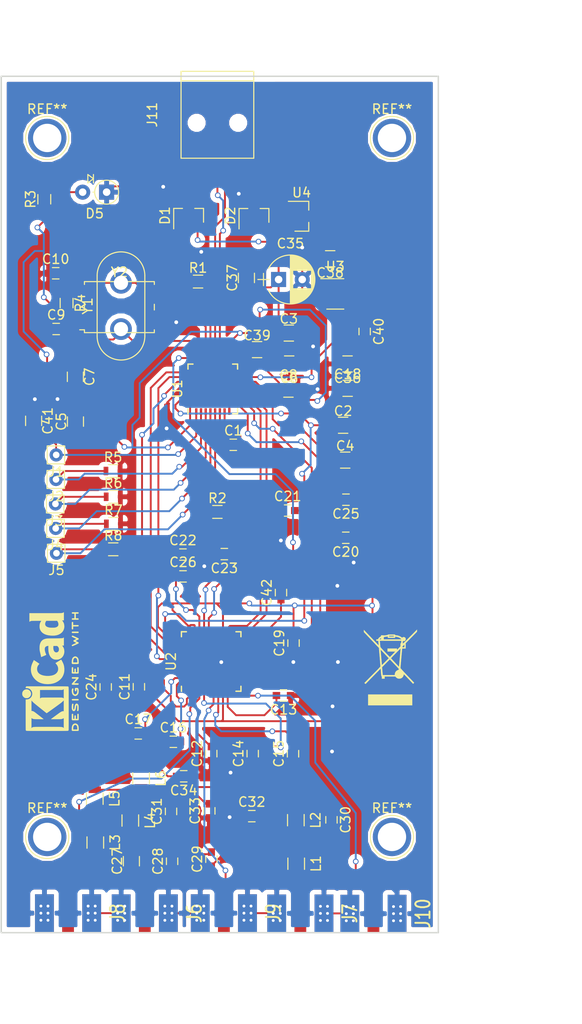
<source format=kicad_pcb>
(kicad_pcb (version 20211014) (generator pcbnew)
  (layers (0 "F.Cu" signal) (31 "B.Cu" signal) (34 "B.Paste" user) (35 "F.Paste" user) (36 "B.SilkS" user "B.Silkscreen") (37 "F.SilkS" user "F.Silkscreen") (38 "B.Mask" user) (39 "F.Mask" user) (44 "Edge.Cuts" user))
  (net 0 "")
  (net 1 "Net-(C1-Pad2)")
  (net 2 "Net-(C1-Pad1)")
  (net 3 "VDDI")
  (net 4 "VDIG")
  (net 5 "Net-(C4-Pad1)")
  (net 6 "V18-SYNTH")
  (net 7 "Net-(C9-Pad2)")
  (net 8 "VRF")
  (net 9 "Net-(C13-Pad2)")
  (net 10 "Net-(C14-Pad2)")
  (net 11 "Net-(C15-Pad2)")
  (net 12 "Net-(C16-Pad2)")
  (net 13 "HFPORT")
  (net 14 "Net-(C22-Pad1)")
  (net 15 "USB_DP")
  (net 16 "USB_DM")
  (net 17 "I_IN_P")
  (net 18 "I_IN_N")
  (net 19 "Q_IN_P")
  (net 20 "Q_IN_N")
  (net 21 "Net-(R1-Pad2)")
  (net 22 "REFCLK")
  (net 23 "SPI_LAT")
  (net 24 "SPI_DATA")
  (net 25 "SPI_CLK")
  (net 26 "VHF_120_250MHZ")
  (net 27 "UHF_400_1000MHZ")
  (net 28 "VHF_50_120MHZ")
  (net 29 "Net-(U2-Pad16)")
  (net 30 "LNAND_IN")
  (net 31 "LBAND-INB")
  (net 32 "Net-(U2-Pad37)")
  (net 33 "Net-(C31-Pad2)")
  (net 34 "GND")
  (net 35 "Net-(J3-Pad1)")
  (net 36 "Net-(U2-Pad5)")
  (net 37 "Net-(U2-Pad13)")
  (net 38 "Net-(U2-Pad17)")
  (net 39 "Net-(U2-Pad38)")
  (net 40 "Net-(J7-Pad1)")
  (net 41 "Net-(C8-Pad1)")
  (net 42 "Net-(C10-Pad2)")
  (net 43 "Net-(C17-Pad2)")
  (net 44 "Net-(C22-Pad2)")
  (net 45 "Net-(C23-Pad1)")
  (net 46 "Net-(C27-Pad2)")
  (net 47 "Net-(C27-Pad1)")
  (net 48 "Net-(C30-Pad2)")
  (net 49 "Net-(C30-Pad1)")
  (net 50 "Net-(C33-Pad2)")
  (net 51 "Net-(J2-Pad1)")
  (net 52 "Net-(J4-Pad1)")
  (net 53 "Net-(J5-Pad1)")
  (net 54 "Net-(L4-Pad1)")
  (net 55 "Net-(J11-Pad4)")
  (net 56 "Net-(J11-Pad6)")
  (net 57 "Net-(C38-Pad1)")
  (net 58 "Net-(C39-Pad1)")
  (net 59 "Net-(D5-Pad2)")
  (net 60 "Net-(C40-Pad1)")
  (net 61 "Net-(R4-Pad2)")
  (net 62 "Net-(C41-Pad2)")
  (net 63 "Net-(C42-Pad2)")
  (footprint "Capacitors_SMD:C_0603" (layer "F.Cu") (at 137.699 82.486)
    (fp_text reference "C1")
    (fp_text value "10nF")
  )
  (footprint "Capacitors_SMD:C_0805" (layer "F.Cu") (at 149.329 80.416)
    (fp_text reference "C2")
    (fp_text value "10uF")
  )
  (footprint "Capacitors_SMD:C_0805" (layer "F.Cu") (at 143.579 70.656)
    (fp_text reference "C3")
    (fp_text value "10uF")
  )
  (footprint "Capacitors_SMD:C_0805" (layer "F.Cu") (at 149.549 84.106)
    (fp_text reference "C4")
    (fp_text value "10uF")
  )
  (footprint "Capacitors_SMD:C_0805" (layer "F.Cu") (at 120.989 80.026 90)
    (fp_text reference "C5")
    (fp_text value "10uF")
  )
  (footprint "Capacitors_SMD:C_0805" (layer "F.Cu") (at 143.619 73.926 180)
    (fp_text reference "C6")
    (fp_text value "1uF")
  )
  (footprint "Capacitors_SMD:C_0805" (layer "F.Cu") (at 120.979 75.286 -90)
    (fp_text reference "C7")
    (fp_text value "10uF")
  )
  (footprint "Capacitors_SMD:C_0805" (layer "F.Cu") (at 143.539 76.596)
    (fp_text reference "C8")
    (fp_text value "1uF")
  )
  (footprint "Capacitors_SMD:C_0603" (layer "F.Cu") (at 118.949 70.226)
    (fp_text reference "C9")
    (fp_text value "18pF")
  )
  (footprint "Capacitors_SMD:C_0603" (layer "F.Cu") (at 118.899 64.326)
    (fp_text reference "C10")
    (fp_text value "18pF")
  )
  (footprint "Capacitors_SMD:C_0603" (layer "F.Cu") (at 127.70612 108.1024 90)
    (fp_text reference "C11")
    (fp_text value "10nF")
  )
  (footprint "Capacitors_SMD:C_0603" (layer "F.Cu") (at 135.36676 115.17884 90)
    (fp_text reference "C12")
    (fp_text value "10nF")
  )
  (footprint "Capacitors_SMD:C_0603" (layer "F.Cu") (at 143.019 109.026 180)
    (fp_text reference "C13")
    (fp_text value "10nF")
  )
  (footprint "Capacitors_SMD:C_0603" (layer "F.Cu") (at 139.75588 115.17884 90)
    (fp_text reference "C14")
    (fp_text value "10nF")
  )
  (footprint "Capacitors_SMD:C_0603" (layer "F.Cu") (at 144.02308 115.189 90)
    (fp_text reference "C15")
    (fp_text value "10nF")
  )
  (footprint "Capacitors_SMD:C_0603" (layer "F.Cu") (at 131.35356 113.92662)
    (fp_text reference "C16")
    (fp_text value "100nF")
  )
  (footprint "Capacitors_SMD:C_0603" (layer "F.Cu") (at 127.635 113.0427)
    (fp_text reference "C17")
    (fp_text value "100nF")
  )
  (footprint "Capacitors_SMD:C_0805" (layer "F.Cu") (at 149.809 76.506)
    (fp_text reference "C18")
    (fp_text value "1uF")
  )
  (footprint "Capacitors_SMD:C_0603" (layer "F.Cu") (at 144.079 103.476 90)
    (fp_text reference "C19")
    (fp_text value "10nF")
  )
  (footprint "Capacitors_SMD:C_0603" (layer "F.Cu") (at 149.609 92.326 180)
    (fp_text reference "C20")
    (fp_text value "10nF")
  )
  (footprint "Capacitors_SMD:C_0603" (layer "F.Cu") (at 143.459 89.446)
    (fp_text reference "C21")
    (fp_text value "10nF")
  )
  (footprint "Capacitors_SMD:C_0603" (layer "F.Cu") (at 132.369 94.106)
    (fp_text reference "C22")
    (fp_text value "6800pF")
  )
  (footprint "Capacitors_SMD:C_0603" (layer "F.Cu") (at 136.749 94.056 180)
    (fp_text reference "C23")
    (fp_text value "33nF")
  )
  (footprint "Capacitors_SMD:C_0603" (layer "F.Cu") (at 124.19076 108.12272 90)
    (fp_text reference "C24")
    (fp_text value "10nF")
  )
  (footprint "Capacitors_SMD:C_0603" (layer "F.Cu") (at 149.629 88.296 180)
    (fp_text reference "C25")
    (fp_text value "10nF")
  )
  (footprint "Capacitors_SMD:C_0603" (layer "F.Cu") (at 132.37972 96.4184)
    (fp_text reference "C26")
    (fp_text value "10nF")
  )
  (footprint "Capacitors_SMD:C_0805" (layer "F.Cu") (at 126.9111 126.5682 90)
    (fp_text reference "C27")
    (fp_text value "470nF")
  )
  (footprint "Capacitors_SMD:C_0603" (layer "F.Cu") (at 131.22148 126.57582 90)
    (fp_text reference "C28")
    (fp_text value "1nF")
  )
  (footprint "Capacitors_SMD:C_0603" (layer "F.Cu") (at 135.38454 126.3523 90)
    (fp_text reference "C29")
    (fp_text value "56pF")
  )
  (footprint "Capacitors_SMD:C_0603" (layer "F.Cu") (at 148.0947 122.1867 -90)
    (fp_text reference "C30")
    (fp_text value "3.9pF")
  )
  (footprint "Capacitors_SMD:C_0603" (layer "F.Cu") (at 131.10972 121.29516 90)
    (fp_text reference "C31")
    (fp_text value "160pF")
  )
  (footprint "Capacitors_SMD:C_0603" (layer "F.Cu") (at 139.65936 121.79808)
    (fp_text reference "C32")
    (fp_text value "39pF")
  )
  (footprint "Capacitors_SMD:C_0603" (layer "F.Cu") (at 135.16102 121.23928 90)
    (fp_text reference "C33")
    (fp_text value "160pF")
  )
  (footprint "Capacitors_SMD:C_0603" (layer "F.Cu") (at 132.45084 117.57914 180)
    (fp_text reference "C34")
    (fp_text value "56pF")
  )
  (footprint "Capacitors_THT:CP_Radial_D5.0mm_P2.50mm" (layer "F.Cu") (at 142.499 64.986)
    (fp_text reference "C35")
    (fp_text value "100uF")
  )
  (footprint "Capacitors_SMD:C_0805" (layer "F.Cu") (at 149.799 73.926 180)
    (fp_text reference "C36")
    (fp_text value "10uF")
  )
  (footprint "Capacitors_SMD:C_0805" (layer "F.Cu") (at 139.09 64.82 90)
    (fp_text reference "C37")
    (fp_text value "10uF")
  )
  (footprint "Capacitors_SMD:C_0805" (layer "F.Cu") (at 147.959 62.786 180)
    (fp_text reference "C38")
    (fp_text value "10uF")
  )
  (footprint "sma:SMA_OPL_EM" (layer "F.Cu") (at 128.329 134.576 90)
    (fp_text reference "J6")
    (fp_text value "SMA_0_30MHZ" hide)
  )
  (footprint "sma:SMA_OPL_EM" (layer "F.Cu") (at 144.80032 134.5946 90)
    (fp_text reference "J7")
    (fp_text value "SMA_30_60MHZ" hide)
  )
  (footprint "sma:SMA_OPL_EMPTYHEAD" (layer "F.Cu") (at 120.2055 134.5692 90)
    (fp_text reference "J8")
    (fp_text value "SMA_VHF2" hide)
  )
  (footprint "sma:SMA_OPL_EMPTYHEAD" (layer "F.Cu") (at 136.7028 134.5692 90)
    (fp_text reference "J9")
    (fp_text value "SMA_UHF" hide)
  )
  (footprint "sma:SMA_OPL_EMPTYHEAD" (layer "F.Cu") (at 152.5397 134.62254 90)
    (fp_text reference "J10")
    (fp_text value "SMA_VHF1" hide)
  )
  (footprint "Connectors:USB_Mini-B" (layer "F.Cu") (at 136.019 48.196 -90)
    (fp_text reference "J11")
    (fp_text value "USB_OTG")
  )
  (footprint "Inductors_SMD:L_0805" (layer "F.Cu") (at 144.3609 126.8349 -90)
    (fp_text reference "L1")
    (fp_text value "220nH")
  )
  (footprint "Inductors_SMD:L_0805" (layer "F.Cu") (at 144.3228 122.2248 -90)
    (fp_text reference "L2")
    (fp_text value "330nH")
  )
  (footprint "Inductors_SMD:L_0805" (layer "F.Cu") (at 123.09094 124.59208 -90)
    (fp_text reference "L3")
    (fp_text value "330nH")
  )
  (footprint "Inductors_SMD:L_0805" (layer "F.Cu") (at 126.7968 122.2629 -90)
    (fp_text reference "L4")
    (fp_text value "270nH")
  )
  (footprint "Inductors_SMD:L_0805" (layer "F.Cu") (at 123.03506 119.95404 -90)
    (fp_text reference "L5")
    (fp_text value "150nH")
  )
  (footprint "Inductors_SMD:L_0805" (layer "F.Cu") (at 127.9398 117.8052 -90)
    (fp_text reference "L6")
    (fp_text value "330nH")
  )
  (footprint "Resistors_SMD:R_0603" (layer "F.Cu") (at 133.969 65.206)
    (fp_text reference "R1")
    (fp_text value "510R")
  )
  (footprint "Resistors_SMD:R_0603" (layer "F.Cu") (at 136.017 89.59088)
    (fp_text reference "R2")
    (fp_text value "390R")
  )
  (footprint "Housings_DFN_QFN:QFN-32-1EP_5x5mm_Pitch0.5mm" (layer "F.Cu") (at 135.529 76.566 90)
    (fp_text reference "U1")
    (fp_text value "msi2500")
  )
  (footprint "Housings_DFN_QFN:QFN-40-1EP_6x6mm_Pitch0.5mm" (layer "F.Cu") (at 135.359 105.426 90)
    (fp_text reference "U2")
    (fp_text value "msi001")
  )
  (footprint "Crystals:Crystal_HC50_Vertical" (layer "F.Cu") (at 125.809 70.236 90)
    (fp_text reference "Y1")
    (fp_text value "24MHz")
  )
  (footprint "Connectors:Pin_d0.7mm_L6.5mm_W1.8mm_FlatFork" (layer "F.Cu") (at 118.949 83.556)
    (fp_text reference "J1")
    (fp_text value "VCC_GPIO")
  )
  (footprint "Connectors:Pin_d0.7mm_L6.5mm_W1.8mm_FlatFork" (layer "F.Cu") (at 118.929 86.156)
    (fp_text reference "J2")
    (fp_text value "GPIO0")
  )
  (footprint "Connectors:Pin_d0.7mm_L6.5mm_W1.8mm_FlatFork" (layer "F.Cu") (at 118.869 88.746)
    (fp_text reference "J3")
    (fp_text value "GPIO1")
  )
  (footprint "Connectors:Pin_d0.7mm_L6.5mm_W1.8mm_FlatFork" (layer "F.Cu") (at 118.899 91.336)
    (fp_text reference "J4")
    (fp_text value "GPIO2")
  )
  (footprint "Connectors:Pin_d0.7mm_L6.5mm_W1.8mm_FlatFork" (layer "F.Cu") (at 118.979 93.966)
    (fp_text reference "J5")
    (fp_text value "GPIO3")
  )
  (footprint "Connectors:1pin" (layer "F.Cu") (at 118 50)
    (fp_text reference "REF**")
    (fp_text value "1pin")
  )
  (footprint "Connectors:1pin" (layer "F.Cu") (at 154.5 50)
    (fp_text reference "REF**")
    (fp_text value "1pin")
  )
  (footprint "Connectors:1pin" (layer "F.Cu") (at 118 124)
    (fp_text reference "REF**")
    (fp_text value "1pin")
  )
  (footprint "Connectors:1pin" (layer "F.Cu") (at 154.5 124)
    (fp_text reference "REF**")
    (fp_text value "1pin")
  )
  (footprint "Capacitors_SMD:C_0805" (layer "F.Cu") (at 140.22 72.41)
    (fp_text reference "C39")
    (fp_text value "1UF")
  )
  (footprint "Diodes_THT:D_DO-35_SOD27_P2.54mm_Vertical_AnodeUp" (layer "F.Cu") (at 124.29 55.74 180)
    (fp_text reference "D5")
    (fp_text value "LED")
  )
  (footprint "Resistors_SMD:R_0603" (layer "F.Cu") (at 117.69 56.49 90)
    (fp_text reference "R3")
    (fp_text value "512")
  )
  (footprint "Capacitors_SMD:C_0603" (layer "F.Cu") (at 151.61 70.49 -90)
    (fp_text reference "C40")
    (fp_text value "22nF")
  )
  (footprint "Resistors_SMD:R_0603" (layer "F.Cu") (at 120.05 67.48 -90)
    (fp_text reference "R4")
    (fp_text value "10K")
  )
  (footprint "TO_SOT_Packages_SMD:SOT-23-5" (layer "F.Cu") (at 148.5 66.51)
    (fp_text reference "U3")
    (fp_text value "RT9193-28")
  )
  (footprint "TO_SOT_Packages_SMD:SOT-23" (layer "F.Cu") (at 144.93 58.29)
    (fp_text reference "U4")
    (fp_text value "AP7313-30SAG")
  )
  (footprint "Crystals:Crystal_SMD_7050-4pin_7.0x5.0mm" (layer "F.Cu") (at 125.64 67.91)
    (fp_text reference "Y2")
    (fp_text value "24MHZ")
  )
  (footprint "TO_SOT_Packages_SMD:SOT-23" (layer "F.Cu") (at 132.97 58.22 90)
    (fp_text reference "D1")
    (fp_text value "BAV99LT1G")
  )
  (footprint "TO_SOT_Packages_SMD:SOT-23" (layer "F.Cu") (at 139.89 58.23 90)
    (fp_text reference "D2")
    (fp_text value "BAV99LT1G")
  )
  (footprint "Resistors_SMD:R_0603" (layer "F.Cu") (at 124.97 85.26)
    (fp_text reference "R5")
    (fp_text value "10K")
  )
  (footprint "Resistors_SMD:R_0603" (layer "F.Cu") (at 124.99 87.99)
    (fp_text reference "R6")
    (fp_text value "10K")
  )
  (footprint "Resistors_SMD:R_0603" (layer "F.Cu") (at 125.01 90.85)
    (fp_text reference "R7")
    (fp_text value "10K")
  )
  (footprint "Resistors_SMD:R_0603" (layer "F.Cu") (at 124.99 93.55)
    (fp_text reference "R8")
    (fp_text value "10K")
  )
  (footprint "Symbols:KiCad-Logo2_6mm_SilkScreen" (layer "F.Cu") (at 118.33 106.5 90)
    (fp_text reference "REF***" hide)
    (fp_text value "KiCad-Logo2_6mm_SilkScreen" hide)
  )
  (footprint "Symbols:WEEE-Logo_5.6x8mm_SilkScreen" (layer "F.Cu") (at 154.33 106.06)
    (fp_text reference "REF***" hide)
    (fp_text value "WEEE-Logo_5.6x8mm_SilkScreen" hide)
  )
  (footprint "Capacitors_SMD:C_0805" (layer "F.Cu") (at 116.56 79.95 -90)
    (fp_text reference "C41")
    (fp_text value "1UF")
  )
  (footprint "Capacitors_SMD:C_0603" (layer "F.Cu") (at 142.75 98.13 90)
    (fp_text reference "C42")
    (fp_text value "10nF")
  )
  (gr_line (start 159.41548 134.13232) (end 113.13668 134.13232) (layer "Edge.Cuts") (width 0.15))
  (gr_line (start 159.4104 43.47464) (end 113.1316 43.47464) (layer "Edge.Cuts") (width 0.15))
  (gr_line (start 113.1316 134.08914) (end 113.157 134.08914) (layer "Edge.Cuts") (width 0.15))
  (gr_line (start 159.4104 134.112) (end 159.4104 43.47464) (layer "Edge.Cuts") (width 0.15))
  (gr_line (start 113.1316 43.47464) (end 113.1316 134.08914) (layer "Edge.Cuts") (width 0.15))
  (segment (start 138.449 81.536) (end 137.299 80.386) (width 0.2) (layer "F.Cu") (net 1))
  (segment (start 137.299 80.386) (end 136.829 80.386) (width 0.2) (layer "F.Cu") (net 1))
  (segment (start 136.829 80.386) (end 136.809 80.366) (width 0.2) (layer "F.Cu") (net 1))
  (segment (start 136.779 80.336) (end 136.829 80.386) (width 0.2) (layer "F.Cu") (net 1))
  (segment (start 136.779 78.966) (end 136.779 80.336) (width 0.2) (layer "F.Cu") (net 1))
  (segment (start 138.449 82.486) (end 138.449 81.536) (width 0.2) (layer "F.Cu") (net 1))
  (segment (start 136.279 80.746) (end 136.949 81.416) (width 0.2) (layer "F.Cu") (net 2))
  (segment (start 136.949 81.416) (end 136.949 82.486) (width 0.2) (layer "F.Cu") (net 2))
  (segment (start 136.279 78.966) (end 136.279 80.746) (width 0.2) (layer "F.Cu") (net 2))
  (segment (start 145.899 80.416) (end 144.649 79.166) (width 0.2) (layer "F.Cu") (net 3))
  (segment (start 144.649 79.166) (end 142.759 79.166) (width 0.2) (layer "F.Cu") (net 3))
  (segment (start 132.119 79.176) (end 131.579 78.636) (width 0.2) (layer "F.Cu") (net 3))
  (segment (start 131.579 78.636) (end 131.579 78.256) (width 0.2) (layer "F.Cu") (net 3))
  (segment (start 131.579 78.256) (end 132.019 77.816) (width 0.2) (layer "F.Cu") (net 3))
  (segment (start 132.019 77.816) (end 133.129 77.816) (width 0.2) (layer "F.Cu") (net 3))
  (segment (start 145.919 80.416) (end 145.899 80.416) (width 0.2) (layer "F.Cu") (net 3))
  (segment (start 144.979 85.546) (end 145.219 85.786) (width 0.2) (layer "F.Cu") (net 3))
  (segment (start 145.219 85.786) (end 145.219 89.5676) (width 0.2) (layer "F.Cu") (net 3))
  (segment (start 131.83482 103.176) (end 130.48488 101.82606) (width 0.2) (layer "F.Cu") (net 3))
  (segment (start 130.48488 101.82606) (end 130.48488 100.39858) (width 0.2) (layer "F.Cu") (net 3))
  (segment (start 145.0974 89.446) (end 145.219 89.5676) (width 0.2) (layer "F.Cu") (net 3))
  (segment (start 145.219 89.5676) (end 145.219 101.116) (width 0.2) (layer "F.Cu") (net 3))
  (segment (start 144.209 89.446) (end 145.0974 89.446) (width 0.2) (layer "F.Cu") (net 3))
  (segment (start 132.359 103.176) (end 131.83482 103.176) (width 0.2) (layer "F.Cu") (net 3))
  (segment (start 148.329 80.416) (end 145.919 80.416) (width 0.2) (layer "F.Cu") (net 3))
  (via (at 132.119 79.176) (size 0.6) (drill 0.4) (layers "F.Cu" "B.Cu") (net 3))
  (via (at 145.219 101.116) (size 0.6) (drill 0.4) (layers "F.Cu" "B.Cu") (net 3))
  (via (at 144.979 85.546) (size 0.6) (drill 0.4) (layers "F.Cu" "B.Cu") (net 3))
  (via (at 130.48488 100.39858) (size 0.6) (drill 0.4) (layers "F.Cu" "B.Cu") (net 3))
  (via (at 145.919 80.416) (size 0.6) (drill 0.4) (layers "F.Cu" "B.Cu") (net 3))
  (via (at 142.759 79.166) (size 0.6) (drill 0.4) (layers "F.Cu" "B.Cu") (net 3))
  (segment (start 142.759 79.166) (end 142.749 79.176) (width 0.2) (layer "B.Cu") (net 3))
  (segment (start 142.749 79.176) (end 132.119 79.176) (width 0.2) (layer "B.Cu") (net 3))
  (segment (start 145.889 80.446) (end 145.919 80.416) (width 0.2) (layer "B.Cu") (net 3))
  (segment (start 145.889 80.446) (end 145.889 84.636) (width 0.2) (layer "B.Cu") (net 3))
  (segment (start 145.889 84.636) (end 144.979 85.546) (width 0.2) (layer "B.Cu") (net 3))
  (segment (start 145.219 101.116) (end 145.069 101.266) (width 0.2) (layer "B.Cu") (net 3))
  (segment (start 130.48488 100.39858) (end 130.48234 100.39858) (width 0.2) (layer "B.Cu") (net 3))
  (segment (start 132.00634 100.39858) (end 132.72376 101.116) (width 0.2) (layer "B.Cu") (net 3))
  (segment (start 132.72376 101.116) (end 145.219 101.116) (width 0.2) (layer "B.Cu") (net 3))
  (segment (start 130.48488 100.39858) (end 132.00634 100.39858) (width 0.2) (layer "B.Cu") (net 3))
  (segment (start 142.499 70.576) (end 142.579 70.656) (width 0.2) (layer "F.Cu") (net 4))
  (segment (start 138.319 70.656) (end 137.824 71.151) (width 0.2) (layer "F.Cu") (net 4))
  (segment (start 136.779 72.196) (end 136.779 74.166) (width 0.2) (layer "F.Cu") (net 4))
  (segment (start 137.824 71.151) (end 136.779 72.196) (width 0.2) (layer "F.Cu") (net 4))
  (segment (start 117.989 75.616) (end 117.989 79.806) (width 0.2) (layer "F.Cu") (net 4))
  (segment (start 117.989 79.806) (end 119.209 81.026) (width 0.2) (layer "F.Cu") (net 4))
  (segment (start 119.209 81.026) (end 120.989 81.026) (width 0.2) (layer "F.Cu") (net 4))
  (segment (start 124.489 81.026) (end 126.169 82.706) (width 0.2) (layer "F.Cu") (net 4))
  (segment (start 130.779 82.766) (end 133.129 80.416) (width 0.2) (layer "F.Cu") (net 4))
  (segment (start 133.129 80.416) (end 133.129 78.316) (width 0.2) (layer "F.Cu") (net 4))
  (segment (start 140.069 75.816) (end 141.989 77.736) (width 0.2) (layer "F.Cu") (net 4))
  (segment (start 141.989 77.736) (end 146.489 77.736) (width 0.2) (layer "F.Cu") (net 4))
  (segment (start 146.489 77.736) (end 146.599 77.846) (width 0.2) (layer "F.Cu") (net 4))
  (segment (start 140.549 68.176) (end 140.489 68.236) (width 0.2) (layer "F.Cu") (net 4))
  (segment (start 140.489 68.236) (end 140.489 70.656) (width 0.2) (layer "F.Cu") (net 4))
  (segment (start 140.489 70.656) (end 138.409 70.656) (width 0.2) (layer "F.Cu") (net 4))
  (segment (start 138.409 70.656) (end 138.319 70.656) (width 0.2) (layer "F.Cu") (net 4))
  (segment (start 124.50826 81.026) (end 124.489 81.026) (width 0.2) (layer "F.Cu") (net 4))
  (segment (start 122.52 66.73) (end 122.69 66.56) (width 0.2) (layer "F.Cu") (net 4))
  (segment (start 117.69 58.75) (end 116.96 59.48) (width 0.2) (layer "F.Cu") (net 4))
  (segment (start 117.64 66.87) (end 118.4 67.63) (width 0.2) (layer "F.Cu") (net 4))
  (segment (start 118.4 67.63) (end 119.15 67.63) (width 0.2) (layer "F.Cu") (net 4))
  (segment (start 119.15 67.63) (end 120.05 66.73) (width 0.2) (layer "F.Cu") (net 4))
  (segment (start 117.93 72.92) (end 117.989 72.979) (width 0.2) (layer "F.Cu") (net 4))
  (segment (start 117.989 74.149) (end 117.989 72.979) (width 0.2) (layer "F.Cu") (net 4))
  (segment (start 119.33 74.286) (end 119.319 74.286) (width 0.2) (layer "F.Cu") (net 4))
  (segment (start 118.126 74.286) (end 117.989 74.149) (width 0.2) (layer "F.Cu") (net 4))
  (segment (start 117.989 74.149) (end 117.989 75.616) (width 0.2) (layer "F.Cu") (net 4))
  (segment (start 140.85 59.24) (end 140.84 59.23) (width 0.2) (layer "F.Cu") (net 4))
  (segment (start 142.499 59.301) (end 142.56 59.24) (width 0.2) (layer "F.Cu") (net 4))
  (segment (start 142.56 59.24) (end 140.85 59.24) (width 0.2) (layer "F.Cu") (net 4))
  (segment (start 140.37 60.97) (end 140.39 60.99) (width 0.2) (layer "F.Cu") (net 4))
  (segment (start 140.39 60.99) (end 142.499 60.99) (width 0.2) (layer "F.Cu") (net 4))
  (segment (start 142.499 60.99) (end 142.499 59.301) (width 0.2) (layer "F.Cu") (net 4))
  (segment (start 141.665 65.82) (end 142.499 64.986) (width 0.2) (layer "F.Cu") (net 4))
  (segment (start 120.989 81.026) (end 124.489 81.026) (width 0.2) (layer "F.Cu") (net 4))
  (segment (start 119.33 74.286) (end 118.126 74.286) (width 0.2) (layer "F.Cu") (net 4))
  (segment (start 143.93 59.24) (end 142.56 59.24) (width 0.2) (layer "F.Cu") (net 4))
  (segment (start 142.499 64.986) (end 142.499 60.99) (width 0.2) (layer "F.Cu") (net 4))
  (segment (start 142.499 64.986) (end 142.499 70.576) (width 0.2) (layer "F.Cu") (net 4))
  (segment (start 137.929 75.816) (end 140.069 75.816) (width 0.2) (layer "F.Cu") (net 4))
  (segment (start 139.09 65.82) (end 141.665 65.82) (width 0.2) (layer "F.Cu") (net 4))
  (segment (start 133.92 59.22) (end 133.92 60.81) (width 0.2) (layer "F.Cu") (net 4))
  (segment (start 117.69 57.24) (end 117.69 58.75) (width 0.2) (layer "F.Cu") (net 4))
  (segment (start 120.979 74.286) (end 119.33 74.286) (width 0.2) (layer "F.Cu") (net 4))
  (segment (start 142.579 70.656) (end 140.489 70.656) (width 0.2) (layer "F.Cu") (net 4))
  (segment (start 120.05 66.73) (end 122.52 66.73) (width 0.2) (layer "F.Cu") (net 4))
  (via (at 133.92 60.81) (size 0.6) (drill 0.4) (layers "F.Cu" "B.Cu") (net 4))
  (via (at 117.64 66.87) (size 0.6) (drill 0.4) (layers "F.Cu" "B.Cu") (net 4))
  (via (at 126.169 82.706) (size 0.6) (drill 0.4) (layers "F.Cu" "B.Cu") (net 4))
  (via (at 116.96 59.48) (size 0.6) (drill 0.4) (layers "F.Cu" "B.Cu") (net 4))
  (via (at 140.549 68.176) (size 0.6) (drill 0.4) (layers "F.Cu" "B.Cu") (net 4))
  (via (at 140.37 60.97) (size 0.6) (drill 0.4) (layers "F.Cu" "B.Cu") (net 4))
  (via (at 146.599 77.846) (size 0.6) (drill 0.4) (layers "F.Cu" "B.Cu") (net 4))
  (via (at 138.409 70.656) (size 0.6) (drill 0.4) (layers "F.Cu" "B.Cu") (net 4))
  (via (at 117.93 72.92) (size 0.6) (drill 0.4) (layers "F.Cu" "B.Cu") (net 4))
  (via (at 130.779 82.766) (size 0.6) (drill 0.4) (layers "F.Cu" "B.Cu") (net 4))
  (segment (start 126.169 82.706) (end 126.229 82.766) (width 0.2) (layer "B.Cu") (net 4))
  (segment (start 126.229 82.766) (end 127.019 82.766) (width 0.2) (layer "B.Cu") (net 4))
  (segment (start 146.599 77.846) (end 147.489 76.956) (width 0.2) (layer "B.Cu") (net 4))
  (segment (start 147.489 69.856) (end 145.809 68.176) (width 0.2) (layer "B.Cu") (net 4))
  (segment (start 145.809 68.176) (end 140.549 68.176) (width 0.2) (layer "B.Cu") (net 4))
  (segment (start 138.269 70.516) (end 138.409 70.656) (width 0.2) (layer "B.Cu") (net 4))
  (segment (start 138.269 70.516) (end 134.699 70.516) (width 0.2) (layer "B.Cu") (net 4))
  (segment (start 134.699 70.516) (end 133.229 70.516) (width 0.2) (layer "B.Cu") (net 4))
  (segment (start 133.229 70.516) (end 127.79 75.955) (width 0.2) (layer "B.Cu") (net 4))
  (segment (start 127.79 75.955) (end 127.79 79.615) (width 0.2) (layer "B.Cu") (net 4))
  (segment (start 127.79 79.615) (end 127.019 80.386) (width 0.2) (layer "B.Cu") (net 4))
  (segment (start 127.019 82.766) (end 127.019 80.386) (width 0.2) (layer "B.Cu") (net 4))
  (segment (start 127.019 82.766) (end 130.779 82.766) (width 0.2) (layer "B.Cu") (net 4))
  (segment (start 116.96 59.48) (end 117.64 60.16) (width 0.2) (layer "B.Cu") (net 4))
  (segment (start 117.64 60.16) (end 117.64 61.97) (width 0.2) (layer "B.Cu") (net 4))
  (segment (start 117.64 61.97) (end 117.64 66.87) (width 0.2) (layer "B.Cu") (net 4))
  (segment (start 115.5 63.89) (end 115.5 70.49) (width 0.2) (layer "B.Cu") (net 4))
  (segment (start 115.5 70.49) (end 117.93 72.92) (width 0.2) (layer "B.Cu") (net 4))
  (segment (start 116.68 61.97) (end 115.5 63.15) (width 0.2) (layer "B.Cu") (net 4))
  (segment (start 115.5 63.15) (end 115.5 63.89) (width 0.2) (layer "B.Cu") (net 4))
  (segment (start 133.92 60.81) (end 134.08 60.97) (width 0.2) (layer "B.Cu") (net 4))
  (segment (start 134.08 60.97) (end 140.37 60.97) (width 0.2) (layer "B.Cu") (net 4))
  (segment (start 117.42 61.97) (end 117.64 61.97) (width 0.2) (layer "B.Cu") (net 4))
  (segment (start 147.489 76.956) (end 147.489 69.856) (width 0.2) (layer "B.Cu") (net 4))
  (segment (start 117.42 61.97) (end 116.68 61.97) (width 0.2) (layer "B.Cu") (net 4))
  (segment (start 148.259 84.106) (end 144.579 80.426) (width 0.2) (layer "F.Cu") (net 5))
  (segment (start 144.579 80.426) (end 142.519 80.426) (width 0.2) (layer "F.Cu") (net 5))
  (segment (start 142.519 80.426) (end 141.869 79.776) (width 0.2) (layer "F.Cu") (net 5))
  (segment (start 141.869 79.776) (end 141.869 78.546) (width 0.2) (layer "F.Cu") (net 5))
  (segment (start 141.869 78.546) (end 139.639 76.316) (width 0.2) (layer "F.Cu") (net 5))
  (segment (start 139.639 76.316) (end 137.929 76.316) (width 0.2) (layer "F.Cu") (net 5))
  (segment (start 148.549 84.106) (end 148.259 84.106) (width 0.2) (layer "F.Cu") (net 5))
  (segment (start 140.549 75.316) (end 140.569 75.336) (width 0.2) (layer "F.Cu") (net 6))
  (segment (start 145.979 75.336) (end 145.989 75.326) (width 0.2) (layer "F.Cu") (net 6))
  (segment (start 145.989 75.326) (end 145.989 73.926) (width 0.2) (layer "F.Cu") (net 6))
  (segment (start 145.989 73.926) (end 144.619 73.926) (width 0.2) (layer "F.Cu") (net 6))
  (segment (start 145.989 73.906) (end 147.829 72.066) (width 0.2) (layer "F.Cu") (net 6))
  (segment (start 147.4 67.52) (end 148.25 68.37) (width 0.2) (layer "F.Cu") (net 6))
  (segment (start 148.25 68.37) (end 148.25 71.645) (width 0.2) (layer "F.Cu") (net 6))
  (segment (start 148.25 71.645) (end 147.829 72.066) (width 0.2) (layer "F.Cu") (net 6))
  (segment (start 137.929 75.316) (end 140.549 75.316) (width 0.2) (layer "F.Cu") (net 6))
  (segment (start 147.4 67.46) (end 147.63 67.46) (width 0.2) (layer "F.Cu") (net 6))
  (segment (start 145.989 73.926) (end 145.989 73.906) (width 0.2) (layer "F.Cu") (net 6))
  (segment (start 147.4 67.46) (end 147.4 67.52) (width 0.2) (layer "F.Cu") (net 6))
  (via (at 145.979 75.336) (size 0.6) (drill 0.4) (layers "F.Cu" "B.Cu") (net 6))
  (via (at 140.569 75.336) (size 0.6) (drill 0.4) (layers "F.Cu" "B.Cu") (net 6))
  (segment (start 140.569 75.336) (end 145.979 75.336) (width 0.2) (layer "B.Cu") (net 6))
  (segment (start 125.799 70.226) (end 125.809 70.236) (width 0.2) (layer "F.Cu") (net 7))
  (segment (start 125.809 70.541) (end 125.01 71.34) (width 0.2) (layer "F.Cu") (net 7))
  (segment (start 125.01 71.34) (end 120.813 71.34) (width 0.2) (layer "F.Cu") (net 7))
  (segment (start 120.813 71.34) (end 119.699 70.226) (width 0.2) (layer "F.Cu") (net 7))
  (segment (start 134.279 72.409) (end 133.36 71.49) (width 0.2) (layer "F.Cu") (net 7))
  (segment (start 133.36 71.49) (end 127.063 71.49) (width 0.2) (layer "F.Cu") (net 7))
  (segment (start 127.063 71.49) (end 125.809 70.236) (width 0.2) (layer "F.Cu") (net 7))
  (segment (start 134.279 74.166) (end 134.279 72.409) (width 0.2) (layer "F.Cu") (net 7))
  (segment (start 125.809 70.236) (end 125.809 70.541) (width 0.2) (layer "F.Cu") (net 7))
  (segment (start 130.309 105.676) (end 129.169 106.816) (width 0.2) (layer "F.Cu") (net 8))
  (segment (start 129.169 106.816) (end 129.169 107.48248) (width 0.2) (layer "F.Cu") (net 8))
  (segment (start 129.169 108.996) (end 130.599 110.426) (width 0.2) (layer "F.Cu") (net 8))
  (segment (start 131.659 103.676) (end 129.719 101.736) (width 0.2) (layer "F.Cu") (net 8))
  (segment (start 129.719 101.736) (end 129.719 99.686) (width 0.2) (layer "F.Cu") (net 8))
  (segment (start 129.719 99.686) (end 130.129 99.276) (width 0.2) (layer "F.Cu") (net 8))
  (segment (start 130.129 99.276) (end 131.38902 99.276) (width 0.2) (layer "F.Cu") (net 8))
  (segment (start 135.909 99.276) (end 136.609 99.976) (width 0.2) (layer "F.Cu") (net 8))
  (segment (start 136.609 99.976) (end 136.609 102.426) (width 0.2) (layer "F.Cu") (net 8))
  (segment (start 133.439 99.276) (end 135.909 99.276) (width 0.2) (layer "F.Cu") (net 8))
  (segment (start 133.109 99.276) (end 133.439 99.276) (width 0.2) (layer "F.Cu") (net 8))
  (segment (start 152.439 109.076) (end 151.094 110.421) (width 0.2) (layer "F.Cu") (net 8))
  (segment (start 152.389 99.506) (end 152.419 99.536) (width 0.2) (layer "F.Cu") (net 8))
  (segment (start 152.419 99.536) (end 152.439 99.536) (width 0.2) (layer "F.Cu") (net 8))
  (segment (start 152.439 109.076) (end 152.439 99.536) (width 0.2) (layer "F.Cu") (net 8))
  (segment (start 142.079 103.676) (end 142.389 103.986) (width 0.2) (layer "F.Cu") (net 8))
  (segment (start 142.389 103.986) (end 142.389 106.086) (width 0.2) (layer "F.Cu") (net 8))
  (segment (start 142.389 106.086) (end 142.299 106.176) (width 0.2) (layer "F.Cu") (net 8))
  (segment (start 142.299 106.176) (end 139.129 106.176) (width 0.2) (layer "F.Cu") (net 8))
  (segment (start 139.079 105.676) (end 139.129 105.726) (width 0.2) (layer "F.Cu") (net 8))
  (segment (start 139.129 105.726) (end 139.129 106.176) (width 0.2) (layer "F.Cu") (net 8))
  (segment (start 139.129 106.176) (end 138.359 106.176) (width 0.2) (layer "F.Cu") (net 8))
  (segment (start 139.119 104.176) (end 139.109 104.166) (width 0.2) (layer "F.Cu") (net 8))
  (segment (start 139.109 104.166) (end 139.109 103.676) (width 0.2) (layer "F.Cu") (net 8))
  (segment (start 139.109 103.676) (end 141.279 103.676) (width 0.2) (layer "F.Cu") (net 8))
  (segment (start 150.809 73.936) (end 150.799 73.926) (width 0.2) (layer "F.Cu") (net 8))
  (segment (start 141.789 102.726) (end 141.279 103.236) (width 0.2) (layer "F.Cu") (net 8))
  (segment (start 141.279 103.236) (end 141.279 103.676) (width 0.2) (layer "F.Cu") (net 8))
  (segment (start 141.279 103.676) (end 142.079 103.676) (width 0.2) (layer "F.Cu") (net 8))
  (segment (start 133.109 101.6378) (end 133.18236 101.56444) (width 0.2) (layer "F.Cu") (net 8))
  (segment (start 133.18236 101.56444) (end 133.56082 101.56444) (width 0.2) (layer "F.Cu") (net 8))
  (segment (start 133.56082 101.56444) (end 133.609 101.61262) (width 0.2) (layer "F.Cu") (net 8))
  (segment (start 133.609 101.61262) (end 133.609 102.426) (width 0.2) (layer "F.Cu") (net 8))
  (segment (start 132.91282 101.6378) (end 131.26212 99.9871) (width 0.2) (layer "F.Cu") (net 8))
  (segment (start 131.26212 99.9871) (end 131.26212 99.4029) (width 0.2) (layer "F.Cu") (net 8))
  (segment (start 131.26212 99.4029) (end 131.38902 99.276) (width 0.2) (layer "F.Cu") (net 8))
  (segment (start 131.38902 99.276) (end 133.109 99.276) (width 0.2) (layer "F.Cu") (net 8))
  (segment (start 148.859 88.316) (end 148.879 88.296) (width 0.2) (layer "F.Cu") (net 8))
  (segment (start 148.859 95.99676) (end 148.859 92.326) (width 0.2) (layer "F.Cu") (net 8))
  (segment (start 152.24506 95.99676) (end 152.439 95.80282) (width 0.2) (layer "F.Cu") (net 8))
  (segment (start 152.439 95.80282) (end 152.439 99.536) (width 0.2) (layer "F.Cu") (net 8))
  (segment (start 127.6858 107.37272) (end 127.70612 107.3524) (width 0.2) (layer "F.Cu") (net 8))
  (segment (start 129.03892 107.3524) (end 129.169 107.48248) (width 0.2) (layer "F.Cu") (net 8))
  (segment (start 129.169 107.48248) (end 129.169 108.996) (width 0.2) (layer "F.Cu") (net 8))
  (segment (start 131.08208 109.06028) (end 130.35534 108.33354) (width 0.2) (layer "F.Cu") (net 8))
  (segment (start 130.35534 108.33354) (end 130.35534 107.4039) (width 0.2) (layer "F.Cu") (net 8))
  (segment (start 130.35534 107.4039) (end 130.32486 107.37342) (width 0.2) (layer "F.Cu") (net 8))
  (segment (start 130.32486 107.37342) (end 129.169 107.37342) (width 0.2) (layer "F.Cu") (net 8))
  (segment (start 129.169 107.48248) (end 129.169 107.37342) (width 0.2) (layer "F.Cu") (net 8))
  (segment (start 129.169 107.48248) (end 129.169 107.48248) (width 0.2) (layer "F.Cu") (net 8))
  (segment (start 133.6043 109.06028) (end 133.609 109.05558) (width 0.2) (layer "F.Cu") (net 8))
  (segment (start 133.609 109.05558) (end 133.609 108.426) (width 0.2) (layer "F.Cu") (net 8))
  (segment (start 130.599 110.44664) (end 131.89966 111.7473) (width 0.2) (layer "F.Cu") (net 8))
  (segment (start 131.89966 111.7473) (end 133.79196 111.7473) (width 0.2) (layer "F.Cu") (net 8))
  (segment (start 149.7677 111.7473) (end 151.094 110.421) (width 0.2) (layer "F.Cu") (net 8))
  (segment (start 136.609 111.58964) (end 136.45134 111.7473) (width 0.2) (layer "F.Cu") (net 8))
  (segment (start 136.45134 111.7473) (end 149.7677 111.7473) (width 0.2) (layer "F.Cu") (net 8))
  (segment (start 135.30764 114.42884) (end 133.79196 112.91316) (width 0.2) (layer "F.Cu") (net 8))
  (segment (start 133.79196 112.91316) (end 133.79196 111.7473) (width 0.2) (layer "F.Cu") (net 8))
  (segment (start 133.79196 111.7473) (end 136.45134 111.7473) (width 0.2) (layer "F.Cu") (net 8))
  (segment (start 131.08208 109.64956) (end 131.62788 110.19536) (width 0.2) (layer "F.Cu") (net 8))
  (segment (start 132.49402 110.19536) (end 132.78358 109.9058) (width 0.2) (layer "F.Cu") (net 8))
  (segment (start 132.78358 109.9058) (end 132.78358 109.3857) (width 0.2) (layer "F.Cu") (net 8))
  (segment (start 132.78358 109.3857) (end 133.109 109.06028) (width 0.2) (layer "F.Cu") (net 8))
  (segment (start 150.46 65.56) (end 152.439 67.539) (width 0.2) (layer "F.Cu") (net 8))
  (segment (start 152.439 67.539) (end 152.439 73.751) (width 0.2) (layer "F.Cu") (net 8))
  (segment (start 152.264 73.926) (end 152.439 73.751) (width 0.2) (layer "F.Cu") (net 8))
  (segment (start 152.439 73.751) (end 152.439 74.876) (width 0.2) (layer "F.Cu") (net 8))
  (segment (start 144.079 99.611) (end 144.2 99.49) (width 0.2) (layer "F.Cu") (net 8))
  (segment (start 138.359 103.676) (end 139.109 103.676) (width 0.2) (layer "F.Cu") (net 8))
  (segment (start 136.609 108.426) (end 136.609 111.58964) (width 0.2) (layer "F.Cu") (net 8))
  (segment (start 138.359 104.176) (end 139.119 104.176) (width 0.2) (layer "F.Cu") (net 8))
  (segment (start 133.109 101.6378) (end 132.91282 101.6378) (width 0.2) (layer "F.Cu") (net 8))
  (segment (start 152.439 74.876) (end 152.439 95.80282) (width 0.2) (layer "F.Cu") (net 8))
  (segment (start 133.109 102.426) (end 133.109 101.6378) (width 0.2) (layer "F.Cu") (net 8))
  (segment (start 127.70612 107.3524) (end 129.03892 107.3524) (width 0.2) (layer "F.Cu") (net 8))
  (segment (start 124.19076 107.37272) (end 127.6858 107.37272) (width 0.2) (layer "F.Cu") (net 8))
  (segment (start 135.36676 114.42884) (end 135.30764 114.42884) (width 0.2) (layer "F.Cu") (net 8))
  (segment (start 148.859 92.326) (end 148.859 88.316) (width 0.2) (layer "F.Cu") (net 8))
  (segment (start 138.359 105.676) (end 139.079 105.676) (width 0.2) (layer "F.Cu") (net 8))
  (segment (start 133.109 108.426) (end 133.109 109.06028) (width 0.2) (layer "F.Cu") (net 8))
  (segment (start 131.08208 109.06028) (end 131.08208 109.64956) (width 0.2) (layer "F.Cu") (net 8))
  (segment (start 149.6 65.56) (end 150.46 65.56) (width 0.2) (layer "F.Cu") (net 8))
  (segment (start 132.359 103.676) (end 131.659 103.676) (width 0.2) (layer "F.Cu") (net 8))
  (segment (start 130.599 110.426) (end 130.599 110.44664) (width 0.2) (layer "F.Cu") (net 8))
  (segment (start 131.62788 110.19536) (end 132.49402 110.19536) (width 0.2) (layer "F.Cu") (net 8))
  (segment (start 135.909 99.276) (end 139.399 99.276) (width 0.2) (layer "F.Cu") (net 8))
  (segment (start 132.359 105.676) (end 130.309 105.676) (width 0.2) (layer "F.Cu") (net 8))
  (segment (start 144.079 102.726) (end 141.789 102.726) (width 0.2) (layer "F.Cu") (net 8))
  (segment (start 148.859 95.99676) (end 152.24506 95.99676) (width 0.2) (layer "F.Cu") (net 8))
  (segment (start 150.799 73.926) (end 152.264 73.926) (width 0.2) (layer "F.Cu") (net 8))
  (segment (start 150.809 76.506) (end 150.809 73.936) (width 0.2) (layer "F.Cu") (net 8))
  (segment (start 144.079 102.726) (end 144.079 99.611) (width 0.2) (layer "F.Cu") (net 8))
  (segment (start 133.109 109.06028) (end 133.6043 109.06028) (width 0.2) (layer "F.Cu") (net 8))
  (via (at 144.2 99.49) (size 0.6) (drill 0.4) (layers "F.Cu" "B.Cu") (net 8))
  (via (at 139.399 99.276) (size 0.6) (drill 0.4) (layers "F.Cu" "B.Cu") (net 8))
  (via (at 152.389 99.506) (size 0.6) (drill 0.4) (layers "F.Cu" "B.Cu") (net 8))
  (segment (start 139.399 99.276) (end 139.629 99.506) (width 0.2) (layer "B.Cu") (net 8))
  (segment (start 139.629 99.506) (end 144.14 99.506) (width 0.2) (layer "B.Cu") (net 8))
  (segment (start 144.2 99.49) (end 144.184 99.506) (width 0.2) (layer "B.Cu") (net 8))
  (segment (start 144.184 99.506) (end 144.184 99.474) (width 0.2) (layer "B.Cu") (net 8))
  (segment (start 144.184 99.474) (end 144.14 99.43) (width 0.2) (layer "B.Cu") (net 8))
  (segment (start 144.14 99.43) (end 144.14 99.506) (width 0.2) (layer "B.Cu") (net 8))
  (segment (start 144.14 99.506) (end 152.389 99.506) (width 0.2) (layer "B.Cu") (net 8))
  (segment (start 137.109 110.22564) (end 137.9982 111.11484) (width 0.2) (layer "F.Cu") (net 9))
  (segment (start 137.9982 111.11484) (end 141.00048 111.11484) (width 0.2) (layer "F.Cu") (net 9))
  (segment (start 141.00048 111.11484) (end 142.269 109.84632) (width 0.2) (layer "F.Cu") (net 9))
  (segment (start 142.269 109.84632) (end 142.269 109.026) (width 0.2) (layer "F.Cu") (net 9))
  (segment (start 137.109 108.426) (end 137.109 110.22564) (width 0.2) (layer "F.Cu") (net 9))
  (segment (start 134.6454 108.4624) (end 134.609 108.426) (width 0.2) (layer "F.Cu") (net 10))
  (segment (start 134.609 109.81012) (end 134.59968 109.81944) (width 0.2) (layer "F.Cu") (net 10))
  (segment (start 142.7226 114.52352) (end 142.62792 114.42884) (width 0.2) (layer "F.Cu") (net 10))
  (segment (start 142.62792 114.42884) (end 139.75588 114.42884) (width 0.2) (layer "F.Cu") (net 10))
  (segment (start 134.609 109.6247) (end 134.609 109.81012) (width 0.2) (layer "F.Cu") (net 10))
  (segment (start 134.609 108.426) (end 134.609 109.6247) (width 0.2) (layer "F.Cu") (net 10))
  (via (at 142.7226 114.52352) (size 0.6) (drill 0.4) (layers "F.Cu" "B.Cu") (net 10))
  (via (at 134.59968 109.81944) (size 0.6) (drill 0.4) (layers "F.Cu" "B.Cu") (net 10))
  (segment (start 134.59968 109.81944) (end 134.66064 109.8804) (width 0.2) (layer "B.Cu") (net 10))
  (segment (start 134.66064 109.8804) (end 141.1478 109.8804) (width 0.2) (layer "B.Cu") (net 10))
  (segment (start 141.1478 109.8804) (end 142.7226 111.4552) (width 0.2) (layer "B.Cu") (net 10))
  (segment (start 142.7226 111.4552) (end 142.7226 114.52352) (width 0.2) (layer "B.Cu") (net 10))
  (segment (start 136.109 110.80948) (end 135.85698 111.0615) (width 0.2) (layer "F.Cu") (net 11))
  (segment (start 141.82852 112.81664) (end 143.2306 112.81664) (width 0.2) (layer "F.Cu") (net 11))
  (segment (start 143.2306 112.81664) (end 143.88084 113.46688) (width 0.2) (layer "F.Cu") (net 11))
  (segment (start 143.88084 113.46688) (end 143.88084 114.29676) (width 0.2) (layer "F.Cu") (net 11))
  (segment (start 143.88084 114.29676) (end 144.02308 114.439) (width 0.2) (layer "F.Cu") (net 11))
  (segment (start 136.109 108.426) (end 136.109 110.80948) (width 0.2) (layer "F.Cu") (net 11))
  (via (at 135.85698 111.0615) (size 0.6) (drill 0.4) (layers "F.Cu" "B.Cu") (net 11))
  (via (at 141.82852 112.81664) (size 0.6) (drill 0.4) (layers "F.Cu" "B.Cu") (net 11))
  (segment (start 135.85698 111.0615) (end 135.79348 111.125) (width 0.2) (layer "B.Cu") (net 11))
  (segment (start 135.79348 111.125) (end 135.79348 112.18672) (width 0.2) (layer "B.Cu") (net 11))
  (segment (start 135.79348 112.18672) (end 136.4234 112.81664) (width 0.2) (layer "B.Cu") (net 11))
  (segment (start 136.4234 112.81664) (end 141.82852 112.81664) (width 0.2) (layer "B.Cu") (net 11))
  (segment (start 132.10356 112.56448) (end 132.11048 112.55756) (width 0.2) (layer "F.Cu") (net 12))
  (segment (start 132.17652 109.5502) (end 131.71932 109.093) (width 0.2) (layer "F.Cu") (net 12))
  (segment (start 131.71932 109.093) (end 131.71932 107.90682) (width 0.2) (layer "F.Cu") (net 12))
  (segment (start 131.71932 107.90682) (end 131.95014 107.676) (width 0.2) (layer "F.Cu") (net 12))
  (segment (start 131.95014 107.676) (end 132.359 107.676) (width 0.2) (layer "F.Cu") (net 12))
  (segment (start 132.10356 113.92662) (end 132.10356 112.56448) (width 0.2) (layer "F.Cu") (net 12))
  (via (at 132.11048 112.55756) (size 0.6) (drill 0.4) (layers "F.Cu" "B.Cu") (net 12))
  (via (at 132.17652 109.5502) (size 0.6) (drill 0.4) (layers "F.Cu" "B.Cu") (net 12))
  (segment (start 132.11048 112.55756) (end 132.17652 112.49152) (width 0.2) (layer "B.Cu") (net 12))
  (segment (start 132.17652 112.49152) (end 132.17652 109.5502) (width 0.2) (layer "B.Cu") (net 12))
  (segment (start 127.9398 116.03736) (end 126.885 114.98256) (width 0.2) (layer "F.Cu") (net 13))
  (segment (start 126.885 114.98256) (end 126.885 113.0427) (width 0.2) (layer "F.Cu") (net 13))
  (segment (start 130.76174 117.57914) (end 130.0378 116.8552) (width 0.2) (layer "F.Cu") (net 13))
  (segment (start 130.0378 116.8552) (end 127.9398 116.8552) (width 0.2) (layer "F.Cu") (net 13))
  (segment (start 131.70084 118.15248) (end 132.26796 118.7196) (width 0.2) (layer "F.Cu") (net 13))
  (segment (start 132.26796 118.7196) (end 137.40384 118.7196) (width 0.2) (layer "F.Cu") (net 13))
  (segment (start 137.40384 118.7196) (end 138.90936 120.22512) (width 0.2) (layer "F.Cu") (net 13))
  (segment (start 138.90936 120.22512) (end 138.90936 121.79808) (width 0.2) (layer "F.Cu") (net 13))
  (segment (start 131.70084 117.57914) (end 131.70084 118.15248) (width 0.2) (layer "F.Cu") (net 13))
  (segment (start 131.70084 117.57914) (end 130.76174 117.57914) (width 0.2) (layer "F.Cu") (net 13))
  (segment (start 127.9398 116.8552) (end 127.9398 116.03736) (width 0.2) (layer "F.Cu") (net 13))
  (segment (start 131.619 92.1804) (end 134.06628 89.73312) (width 0.2) (layer "F.Cu") (net 14))
  (segment (start 134.06628 89.73312) (end 135.12476 89.73312) (width 0.2) (layer "F.Cu") (net 14))
  (segment (start 135.12476 89.73312) (end 135.267 89.59088) (width 0.2) (layer "F.Cu") (net 14))
  (segment (start 131.619 96.40768) (end 131.62972 96.4184) (width 0.2) (layer "F.Cu") (net 14))
  (segment (start 134.109 100.66482) (end 133.41858 99.9744) (width 0.2) (layer "F.Cu") (net 14))
  (segment (start 133.41858 99.9744) (end 132.69468 99.9744) (width 0.2) (layer "F.Cu") (net 14))
  (segment (start 131.62788 97.75698) (end 131.62972 97.75514) (width 0.2) (layer "F.Cu") (net 14))
  (segment (start 131.62972 97.75514) (end 131.62972 96.4184) (width 0.2) (layer "F.Cu") (net 14))
  (segment (start 131.619 94.106) (end 131.619 92.1804) (width 0.2) (layer "F.Cu") (net 14))
  (segment (start 131.619 94.106) (end 131.619 96.40768) (width 0.2) (layer "F.Cu") (net 14))
  (segment (start 134.109 102.426) (end 134.109 100.66482) (width 0.2) (layer "F.Cu") (net 14))
  (via (at 131.62788 97.75698) (size 0.6) (drill 0.4) (layers "F.Cu" "B.Cu") (net 14))
  (via (at 132.69468 99.9744) (size 0.6) (drill 0.4) (layers "F.Cu" "B.Cu") (net 14))
  (segment (start 132.69468 99.9744) (end 131.62788 98.9076) (width 0.2) (layer "B.Cu") (net 14))
  (segment (start 131.62788 98.9076) (end 131.62788 97.75698) (width 0.2) (layer "B.Cu") (net 14))
  (segment (start 136.019 56.026) (end 136.059 56.066) (width 0.2) (layer "F.Cu") (net 15))
  (segment (start 136.629 59.806) (end 136.279 60.156) (width 0.2) (layer "F.Cu") (net 15))
  (segment (start 136.279 60.156) (end 136.279 74.166) (width 0.2) (layer "F.Cu") (net 15))
  (segment (start 136.639 59.816) (end 136.629 59.806) (width 0.2) (layer "F.Cu") (net 15))
  (segment (start 136.019 54.116) (end 136.019 54.68) (width 0.2) (layer "F.Cu") (net 15))
  (segment (start 132.97 55.64) (end 133.93 54.68) (width 0.2) (layer "F.Cu") (net 15))
  (segment (start 133.93 54.68) (end 136.019 54.68) (width 0.2) (layer "F.Cu") (net 15))
  (segment (start 136.019 54.68) (end 136.019 56.026) (width 0.2) (layer "F.Cu") (net 15))
  (segment (start 136.019 50.996) (end 136.019 54.116) (width 0.2) (layer "F.Cu") (net 15))
  (segment (start 132.97 57.22) (end 132.97 55.64) (width 0.2) (layer "F.Cu") (net 15))
  (via (at 136.059 56.066) (size 0.6) (drill 0.4) (layers "F.Cu" "B.Cu") (net 15))
  (via (at 136.629 59.806) (size 0.6) (drill 0.4) (layers "F.Cu" "B.Cu") (net 15))
  (segment (start 136.059 56.066) (end 136.629 56.636) (width 0.2) (layer "B.Cu") (net 15))
  (segment (start 136.629 56.636) (end 136.629 59.806) (width 0.2) (layer "B.Cu") (net 15))
  (segment (start 136.819 58.336) (end 135.779 59.376) (width 0.2) (layer "F.Cu") (net 16))
  (segment (start 135.779 59.376) (end 135.779 74.166) (width 0.2) (layer "F.Cu") (net 16))
  (segment (start 136.819 57.256) (end 136.819 58.336) (width 0.2) (layer "F.Cu") (net 16))
  (segment (start 136.819 54.83) (end 136.819 57.256) (width 0.2) (layer "F.Cu") (net 16))
  (segment (start 136.819 54.6) (end 136.819 54.83) (width 0.2) (layer "F.Cu") (net 16))
  (segment (start 138.87 54.6) (end 139.74 55.47) (width 0.2) (layer "F.Cu") (net 16))
  (segment (start 139.74 55.47) (end 139.74 57.08) (width 0.2) (layer "F.Cu") (net 16))
  (segment (start 139.74 57.08) (end 139.89 57.23) (width 0.2) (layer "F.Cu") (net 16))
  (segment (start 136.819 54.6) (end 138.87 54.6) (width 0.2) (layer "F.Cu") (net 16))
  (segment (start 136.819 50.996) (end 136.819 54.6) (width 0.2) (layer "F.Cu") (net 16))
  (segment (start 138.299 78.316) (end 139.229 79.246) (width 0.2) (layer "F.Cu") (net 17))
  (segment (start 139.229 79.246) (end 139.229 81.286) (width 0.2) (layer "F.Cu") (net 17))
  (segment (start 144.899 82.116) (end 146.909 84.126) (width 0.2) (layer "F.Cu") (net 17))
  (segment (start 146.909 84.126) (end 146.909 106.276) (width 0.2) (layer "F.Cu") (net 17))
  (segment (start 146.909 106.276) (end 145.509 107.676) (width 0.2) (layer "F.Cu") (net 17))
  (segment (start 145.509 107.676) (end 138.359 107.676) (width 0.2) (layer "F.Cu") (net 17))
  (segment (start 137.929 78.316) (end 138.299 78.316) (width 0.2) (layer "F.Cu") (net 17))
  (via (at 144.899 82.116) (size 0.6) (drill 0.4) (layers "F.Cu" "B.Cu") (net 17))
  (via (at 139.229 81.286) (size 0.6) (drill 0.4) (layers "F.Cu" "B.Cu") (net 17))
  (segment (start 139.229 81.286) (end 140.149 82.206) (width 0.2) (layer "B.Cu") (net 17))
  (segment (start 140.149 82.206) (end 144.809 82.206) (width 0.2) (layer "B.Cu") (net 17))
  (segment (start 144.809 82.206) (end 144.899 82.116) (width 0.2) (layer "B.Cu") (net 17))
  (segment (start 138.799 77.816) (end 139.909 78.926) (width 0.2) (layer "F.Cu") (net 18))
  (segment (start 139.909 78.926) (end 139.909 80.196) (width 0.2) (layer "F.Cu") (net 18))
  (segment (start 141.869 80.786) (end 146.009 84.926) (width 0.2) (layer "F.Cu") (net 18))
  (segment (start 146.009 84.926) (end 146.009 106.306) (width 0.2) (layer "F.Cu") (net 18))
  (segment (start 146.009 106.306) (end 145.139 107.176) (width 0.2) (layer "F.Cu") (net 18))
  (segment (start 145.139 107.176) (end 138.359 107.176) (width 0.2) (layer "F.Cu") (net 18))
  (segment (start 137.929 77.816) (end 138.799 77.816) (width 0.2) (layer "F.Cu") (net 18))
  (via (at 141.869 80.786) (size 0.6) (drill 0.4) (layers "F.Cu" "B.Cu") (net 18))
  (via (at 139.909 80.196) (size 0.6) (drill 0.4) (layers "F.Cu" "B.Cu") (net 18))
  (segment (start 139.909 80.196) (end 140.499 80.786) (width 0.2) (layer "B.Cu") (net 18))
  (segment (start 140.499 80.786) (end 141.869 80.786) (width 0.2) (layer "B.Cu") (net 18))
  (segment (start 138.989 77.316) (end 140.589 78.916) (width 0.2) (layer "F.Cu") (net 19))
  (segment (start 140.589 78.916) (end 140.589 100.226) (width 0.2) (layer "F.Cu") (net 19))
  (segment (start 140.589 100.226) (end 139.159 101.656) (width 0.2) (layer "F.Cu") (net 19))
  (segment (start 139.159 101.656) (end 137.349 101.656) (width 0.2) (layer "F.Cu") (net 19))
  (segment (start 137.349 101.656) (end 137.109 101.896) (width 0.2) (layer "F.Cu") (net 19))
  (segment (start 137.109 101.896) (end 137.109 102.426) (width 0.2) (layer "F.Cu") (net 19))
  (segment (start 137.929 77.316) (end 138.989 77.316) (width 0.2) (layer "F.Cu") (net 19))
  (segment (start 139.209 76.816) (end 141.219 78.826) (width 0.2) (layer "F.Cu") (net 20))
  (segment (start 141.219 78.826) (end 141.219 100.366) (width 0.2) (layer "F.Cu") (net 20))
  (segment (start 141.219 100.366) (end 139.159 102.426) (width 0.2) (layer "F.Cu") (net 20))
  (segment (start 139.159 102.426) (end 137.609 102.426) (width 0.2) (layer "F.Cu") (net 20))
  (segment (start 137.929 76.816) (end 139.209 76.816) (width 0.2) (layer "F.Cu") (net 20))
  (segment (start 135.279 67.096) (end 134.719 66.536) (width 0.2) (layer "F.Cu") (net 21))
  (segment (start 134.719 66.536) (end 134.719 65.206) (width 0.2) (layer "F.Cu") (net 21))
  (segment (start 135.279 74.166) (end 135.279 67.096) (width 0.2) (layer "F.Cu") (net 21))
  (segment (start 142.75 99.9) (end 142.75 99.78) (width 0.2) (layer "F.Cu") (net 22))
  (segment (start 142.75 99.78) (end 142.75 98.88) (width 0.2) (layer "F.Cu") (net 22))
  (segment (start 142.75 100.7) (end 140.274 103.176) (width 0.2) (layer "F.Cu") (net 22))
  (segment (start 140.274 103.176) (end 139.639 103.176) (width 0.2) (layer "F.Cu") (net 22))
  (segment (start 142.75 99.78) (end 142.75 100.7) (width 0.2) (layer "F.Cu") (net 22))
  (segment (start 139.639 103.176) (end 138.359 103.176) (width 0.2) (layer "F.Cu") (net 22))
  (segment (start 131.429 104.176) (end 128.959 101.706) (width 0.2) (layer "F.Cu") (net 23))
  (segment (start 128.959 101.706) (end 128.959 76.466) (width 0.2) (layer "F.Cu") (net 23))
  (segment (start 128.959 76.466) (end 130.609 74.816) (width 0.2) (layer "F.Cu") (net 23))
  (segment (start 130.609 74.816) (end 133.129 74.816) (width 0.2) (layer "F.Cu") (net 23))
  (segment (start 132.359 104.176) (end 131.429 104.176) (width 0.2) (layer "F.Cu") (net 23))
  (segment (start 130.939 75.316) (end 129.769 76.486) (width 0.2) (layer "F.Cu") (net 24))
  (segment (start 129.769 76.486) (end 129.769 98.446) (width 0.2) (layer "F.Cu") (net 24))
  (segment (start 129.609 104.866) (end 129.919 105.176) (width 0.2) (layer "F.Cu") (net 24))
  (segment (start 129.919 105.176) (end 132.359 105.176) (width 0.2) (layer "F.Cu") (net 24))
  (segment (start 133.129 75.316) (end 130.939 75.316) (width 0.2) (layer "F.Cu") (net 24))
  (via (at 129.609 104.866) (size 0.6) (drill 0.4) (layers "F.Cu" "B.Cu") (net 24))
  (via (at 129.769 98.446) (size 0.6) (drill 0.4) (layers "F.Cu" "B.Cu") (net 24))
  (segment (start 129.769 98.446) (end 129.619 98.596) (width 0.2) (layer "B.Cu") (net 24))
  (segment (start 129.619 98.596) (end 129.619 104.856) (width 0.2) (layer "B.Cu") (net 24))
  (segment (start 129.619 104.856) (end 129.609 104.866) (width 0.2) (layer "B.Cu") (net 24))
  (segment (start 130.549 104.676) (end 128.039 102.166) (width 0.2) (layer "F.Cu") (net 25))
  (segment (start 128.039 102.166) (end 128.039 81.426) (width 0.2) (layer "F.Cu") (net 25))
  (segment (start 130.37 77.31) (end 130.271 77.409) (width 0.2) (layer "F.Cu") (net 25))
  (segment (start 130.271 77.409) (end 130.37 77.225) (width 0.2) (layer "F.Cu") (net 25))
  (segment (start 130.37 77.225) (end 131.779 75.816) (width 0.2) (layer "F.Cu") (net 25))
  (segment (start 131.779 75.816) (end 133.129 75.816) (width 0.2) (layer "F.Cu") (net 25))
  (segment (start 130.549 104.676) (end 132.359 104.676) (width 0.2) (layer "F.Cu") (net 25))
  (via (at 130.37 77.31) (size 0.6) (drill 0.4) (layers "F.Cu" "B.Cu") (net 25))
  (via (at 128.039 81.426) (size 0.6) (drill 0.4) (layers "F.Cu" "B.Cu") (net 25))
  (segment (start 130.37 77.33) (end 130.37 77.31) (width 0.2) (layer "B.Cu") (net 25))
  (segment (start 130.37 77.53) (end 129.25 78.65) (width 0.2) (layer "B.Cu") (net 25))
  (segment (start 129.25 78.65) (end 129.25 80.215) (width 0.2) (layer "B.Cu") (net 25))
  (segment (start 129.25 80.215) (end 128.039 81.426) (width 0.2) (layer "B.Cu") (net 25))
  (segment (start 130.37 77.31) (end 130.37 77.53) (width 0.2) (layer "B.Cu") (net 25))
  (segment (start 134.109 109.35762) (end 133.14426 110.32236) (width 0.2) (layer "F.Cu") (net 26))
  (segment (start 133.14426 110.32236) (end 133.14426 110.89386) (width 0.2) (layer "F.Cu") (net 26))
  (segment (start 133.14426 110.89386) (end 133.0452 110.99292) (width 0.2) (layer "F.Cu") (net 26))
  (segment (start 121.38312 120.28268) (end 121.3755 120.2903) (width 0.2) (layer "F.Cu") (net 26))
  (segment (start 121.3755 120.2903) (end 121.3755 128.0392) (width 0.2) (layer "F.Cu") (net 26))
  (segment (start 121.3608 128.0392) (end 120.2055 129.1945) (width 0.2) (layer "F.Cu") (net 26))
  (segment (start 120.2055 129.1945) (end 120.2055 132.0692) (width 0.2) (layer "F.Cu") (net 26))
  (segment (start 134.109 108.426) (end 134.109 109.35762) (width 0.2) (layer "F.Cu") (net 26))
  (segment (start 121.3755 128.0392) (end 121.3608 128.0392) (width 0.2) (layer "F.Cu") (net 26))
  (via (at 133.0452 110.99292) (size 0.6) (drill 0.4) (layers "F.Cu" "B.Cu") (net 26))
  (via (at 121.38312 120.28268) (size 0.6) (drill 0.4) (layers "F.Cu" "B.Cu") (net 26))
  (segment (start 133.0452 110.99292) (end 133.07568 111.0234) (width 0.2) (layer "B.Cu") (net 26))
  (segment (start 133.07568 111.0234) (end 133.07568 114.8334) (width 0.2) (layer "B.Cu") (net 26))
  (segment (start 133.07568 114.8334) (end 130.08864 117.82044) (width 0.2) (layer "B.Cu") (net 26))
  (segment (start 130.08864 117.82044) (end 126.70536 117.82044) (width 0.2) (layer "B.Cu") (net 26))
  (segment (start 126.70536 117.82044) (end 121.38312 120.28268) (width 0.2) (layer "B.Cu") (net 26))
  (segment (start 136.87044 127.54864) (end 136.88568 127.56388) (width 0.2) (layer "F.Cu") (net 27))
  (segment (start 136.88568 131.88632) (end 136.88568 127.56388) (width 0.2) (layer "F.Cu") (net 27))
  (segment (start 136.88568 131.88632) (end 136.7028 132.0692) (width 0.2) (layer "F.Cu") (net 27))
  (segment (start 135.08736 110.4646) (end 135.609 109.94296) (width 0.2) (layer "F.Cu") (net 27))
  (segment (start 135.609 109.94296) (end 135.609 109.33336) (width 0.2) (layer "F.Cu") (net 27))
  (segment (start 135.08736 110.61192) (end 135.08736 110.4646) (width 0.2) (layer "F.Cu") (net 27))
  (segment (start 135.609 109.33336) (end 135.609 108.426) (width 0.2) (layer "F.Cu") (net 27))
  (via (at 135.08736 110.61192) (size 0.6) (drill 0.4) (layers "F.Cu" "B.Cu") (net 27))
  (via (at 136.87044 127.54864) (size 0.6) (drill 0.4) (layers "F.Cu" "B.Cu") (net 27))
  (segment (start 135.08736 110.61192) (end 134.63524 111.5314) (width 0.2) (layer "B.Cu") (net 27))
  (segment (start 134.63524 111.5314) (end 134.63524 124.92736) (width 0.2) (layer "B.Cu") (net 27))
  (segment (start 134.63524 124.92736) (end 136.87044 127.54864) (width 0.2) (layer "B.Cu") (net 27))
  (segment (start 137.609 108.82064) (end 137.83056 109.0422) (width 0.2) (layer "F.Cu") (net 28))
  (segment (start 137.83056 109.0422) (end 140.31468 109.0422) (width 0.2) (layer "F.Cu") (net 28))
  (segment (start 152.5397 129.0297) (end 151.73 128.22) (width 0.2) (layer "F.Cu") (net 28))
  (segment (start 151.73 128.22) (end 151.11 128.22) (width 0.2) (layer "F.Cu") (net 28))
  (segment (start 151.11 128.22) (end 150.66412 127.77412) (width 0.2) (layer "F.Cu") (net 28))
  (segment (start 150.66412 127.77412) (end 150.66412 126.59844) (width 0.2) (layer "F.Cu") (net 28))
  (segment (start 152.5397 132.12254) (end 152.5397 129.0297) (width 0.2) (layer "F.Cu") (net 28))
  (segment (start 137.609 108.82064) (end 137.609 108.426) (width 0.2) (layer "F.Cu") (net 28))
  (via (at 140.31468 109.0422) (size 0.6) (drill 0.4) (layers "F.Cu" "B.Cu") (net 28))
  (via (at 150.66412 126.59844) (size 0.6) (drill 0.4) (layers "F.Cu" "B.Cu") (net 28))
  (segment (start 140.31468 109.0422) (end 140.31722 109.03966) (width 0.2) (layer "B.Cu") (net 28))
  (segment (start 140.31722 109.03966) (end 143.71066 109.03966) (width 0.2) (layer "B.Cu") (net 28))
  (segment (start 143.71066 109.03966) (end 146.3802 111.7092) (width 0.2) (layer "B.Cu") (net 28))
  (segment (start 146.3802 111.7092) (end 146.3802 116.1288) (width 0.2) (layer "B.Cu") (net 28))
  (segment (start 146.3802 116.1288) (end 150.66412 121.47272) (width 0.2) (layer "B.Cu") (net 28))
  (segment (start 150.66412 121.47272) (end 150.66412 126.59844) (width 0.2) (layer "B.Cu") (net 28))
  (segment (start 126.36762 123.64208) (end 126.7968 123.2129) (width 0.2) (layer "F.Cu") (net 33))
  (segment (start 128.81098 123.2129) (end 129.57556 122.44832) (width 0.2) (layer "F.Cu") (net 33))
  (segment (start 129.57556 122.44832) (end 129.57556 121.1072) (width 0.2) (layer "F.Cu") (net 33))
  (segment (start 129.57556 121.1072) (end 130.1376 120.54516) (width 0.2) (layer "F.Cu") (net 33))
  (segment (start 130.1376 120.54516) (end 131.10972 120.54516) (width 0.2) (layer "F.Cu") (net 33))
  (segment (start 126.7968 123.2129) (end 128.81098 123.2129) (width 0.2) (layer "F.Cu") (net 33))
  (segment (start 123.09094 123.64208) (end 126.36762 123.64208) (width 0.2) (layer "F.Cu") (net 33))
  (segment (start 134.419 52.016) (end 133.099 53.336) (width 0.2) (layer "F.Cu") (net 34))
  (segment (start 133.099 53.336) (end 130.599 53.336) (width 0.2) (layer "F.Cu") (net 34))
  (segment (start 130.599 53.336) (end 130.349 53.586) (width 0.2) (layer "F.Cu") (net 34))
  (segment (start 130.349 53.586) (end 130.349 55.126) (width 0.2) (layer "F.Cu") (net 34))
  (segment (start 130.139 55.336) (end 130.349 55.126) (width 0.2) (layer "F.Cu") (net 34))
  (segment (start 144.999 61.533) (end 145.95 61.533) (width 0.2) (layer "F.Cu") (net 34))
  (segment (start 144.999 61.596) (end 144.999 61.533) (width 0.2) (layer "F.Cu") (net 34))
  (segment (start 134.309 62.056) (end 134.239 61.986) (width 0.2) (layer "F.Cu") (net 34))
  (segment (start 134.239 61.986) (end 133.359 61.986) (width 0.2) (layer "F.Cu") (net 34))
  (segment (start 130.129 61.986) (end 130.139 61.976) (width 0.2) (layer "F.Cu") (net 34))
  (segment (start 130.139 59.806) (end 130.139 61.976) (width 0.2) (layer "F.Cu") (net 34))
  (segment (start 146.899 62.103) (end 146.733 61.937) (width 0.2) (layer "F.Cu") (net 34))
  (segment (start 119.049 59.806) (end 118.149 60.706) (width 0.2) (layer "F.Cu") (net 34))
  (segment (start 118.149 60.706) (end 118.149 64.326) (width 0.2) (layer "F.Cu") (net 34))
  (segment (start 118.149 70.176) (end 118.199 70.226) (width 0.2) (layer "F.Cu") (net 34))
  (segment (start 144.579 67.596) (end 144.999 67.176) (width 0.2) (layer "F.Cu") (net 34))
  (segment (start 144.999 67.176) (end 144.999 66.916) (width 0.2) (layer "F.Cu") (net 34))
  (segment (start 145.009 66.926) (end 144.999 66.916) (width 0.2) (layer "F.Cu") (net 34))
  (segment (start 144.999 66.916) (end 144.999 66.471) (width 0.2) (layer "F.Cu") (net 34))
  (segment (start 143.249 72.306) (end 143.29 72.306) (width 0.2) (layer "F.Cu") (net 34))
  (segment (start 144.299 72.306) (end 144.579 72.026) (width 0.2) (layer "F.Cu") (net 34))
  (segment (start 144.579 72.026) (end 144.579 70.656) (width 0.2) (layer "F.Cu") (net 34))
  (segment (start 148.719 76.596) (end 148.809 76.506) (width 0.2) (layer "F.Cu") (net 34))
  (segment (start 150.329 78.856) (end 149.789 78.316) (width 0.2) (layer "F.Cu") (net 34))
  (segment (start 149.789 78.316) (end 149.179 78.316) (width 0.2) (layer "F.Cu") (net 34))
  (segment (start 149.179 78.316) (end 148.809 77.946) (width 0.2) (layer "F.Cu") (net 34))
  (segment (start 148.809 77.946) (end 148.809 76.506) (width 0.2) (layer "F.Cu") (net 34))
  (segment (start 120.989 76.296) (end 120.979 76.286) (width 0.2) (layer "F.Cu") (net 34))
  (segment (start 132.139 76.316) (end 131.769 76.686) (width 0.2) (layer "F.Cu") (net 34))
  (segment (start 131.769 76.686) (end 131.769 76.986) (width 0.2) (layer "F.Cu") (net 34))
  (segment (start 131.769 77.136) (end 131.949 77.316) (width 0.2) (layer "F.Cu") (net 34))
  (segment (start 131.949 77.316) (end 133.129 77.316) (width 0.2) (layer "F.Cu") (net 34))
  (segment (start 131.939 76.816) (end 131.834 76.921) (width 0.2) (layer "F.Cu") (net 34))
  (segment (start 131.769 76.986) (end 131.769 77.136) (width 0.2) (layer "F.Cu") (net 34))
  (segment (start 137.279 78.316) (end 136.3915 77.4285) (width 0.2) (layer "F.Cu") (net 34))
  (segment (start 134.554 77.316) (end 134.6665 77.4285) (width 0.2) (layer "F.Cu") (net 34))
  (segment (start 150.549 80.636) (end 150.329 80.416) (width 0.2) (layer "F.Cu") (net 34))
  (segment (start 148.809 73.936) (end 148.799 73.926) (width 0.2) (layer "F.Cu") (net 34))
  (segment (start 120.989 77.686) (end 120.989 76.296) (width 0.2) (layer "F.Cu") (net 34))
  (segment (start 119.129 77.686) (end 119.089 77.646) (width 0.2) (layer "F.Cu") (net 34))
  (segment (start 116.689 77.656) (end 116.379 77.346) (width 0.2) (layer "F.Cu") (net 34))
  (segment (start 116.379 77.346) (end 116.379 72.046) (width 0.2) (layer "F.Cu") (net 34))
  (segment (start 144.079 105.466) (end 144.059 105.486) (width 0.2) (layer "F.Cu") (net 34))
  (segment (start 133.219 62.126) (end 133.359 61.986) (width 0.2) (layer "F.Cu") (net 34))
  (segment (start 133.359 61.986) (end 130.129 61.986) (width 0.2) (layer "F.Cu") (net 34))
  (segment (start 133.5532 96.4184) (end 134.63016 95.34144) (width 0.2) (layer "F.Cu") (net 34))
  (segment (start 142.709 92.58464) (end 142.73784 92.61348) (width 0.2) (layer "F.Cu") (net 34))
  (segment (start 150.549 88.126) (end 150.379 88.296) (width 0.2) (layer "F.Cu") (net 34))
  (segment (start 150.379 92.306) (end 150.359 92.326) (width 0.2) (layer "F.Cu") (net 34))
  (segment (start 150.359 94.86254) (end 150.4442 94.94774) (width 0.2) (layer "F.Cu") (net 34))
  (segment (start 148.77796 105.48112) (end 148.717 105.42016) (width 0.2) (layer "F.Cu") (net 34))
  (segment (start 148.717 105.42016) (end 148.717 97.41408) (width 0.2) (layer "F.Cu") (net 34))
  (segment (start 147.37176 109.026) (end 148.77796 107.6198) (width 0.2) (layer "F.Cu") (net 34))
  (segment (start 148.77796 107.6198) (end 148.77796 105.48112) (width 0.2) (layer "F.Cu") (net 34))
  (segment (start 127.6858 108.87272) (end 127.70612 108.8524) (width 0.2) (layer "F.Cu") (net 34))
  (segment (start 130.6569 112.17078) (end 127.70612 109.22) (width 0.2) (layer "F.Cu") (net 34))
  (segment (start 130.6569 114.87334) (end 131.46532 115.68176) (width 0.2) (layer "F.Cu") (net 34))
  (segment (start 131.46532 115.68176) (end 132.48132 115.68176) (width 0.2) (layer "F.Cu") (net 34))
  (segment (start 132.48132 115.68176) (end 133.20084 116.40128) (width 0.2) (layer "F.Cu") (net 34))
  (segment (start 133.20084 116.40128) (end 133.20084 117.57914) (width 0.2) (layer "F.Cu") (net 34))
  (segment (start 135.04926 117.57914) (end 135.36676 117.26164) (width 0.2) (layer "F.Cu") (net 34))
  (segment (start 135.36676 117.26164) (end 135.36676 115.92884) (width 0.2) (layer "F.Cu") (net 34))
  (segment (start 135.10514 122.04516) (end 135.16102 121.98928) (width 0.2) (layer "F.Cu") (net 34))
  (segment (start 134.2028 129.79718) (end 135.38454 128.61544) (width 0.2) (layer "F.Cu") (net 34))
  (segment (start 135.38454 128.61544) (end 135.38454 127.1023) (width 0.2) (layer "F.Cu") (net 34))
  (segment (start 125.8222 132.0692) (end 125.829 132.076) (width 0.2) (layer "F.Cu") (net 34))
  (segment (start 134.196 132.076) (end 134.2028 132.0692) (width 0.2) (layer "F.Cu") (net 34))
  (segment (start 142.27492 132.0692) (end 142.30032 132.0946) (width 0.2) (layer "F.Cu") (net 34))
  (segment (start 150.01176 132.0946) (end 150.0397 132.12254) (width 0.2) (layer "F.Cu") (net 34))
  (segment (start 144.01292 115.92884) (end 144.02308 115.939) (width 0.2) (layer "F.Cu") (net 34))
  (segment (start 147.1669 115.939) (end 148.15312 114.95278) (width 0.2) (layer "F.Cu") (net 34))
  (segment (start 148.209 110.17504) (end 147.32508 109.29112) (width 0.2) (layer "F.Cu") (net 34))
  (segment (start 147.32508 109.29112) (end 147.32508 109.026) (width 0.2) (layer "F.Cu") (net 34))
  (segment (start 147.32508 109.026) (end 147.37176 109.026) (width 0.2) (layer "F.Cu") (net 34))
  (segment (start 130.6569 113.87328) (end 130.60356 113.92662) (width 0.2) (layer "F.Cu") (net 34))
  (segment (start 130.6569 113.97996) (end 130.60356 113.92662) (width 0.2) (layer "F.Cu") (net 34))
  (segment (start 137.39876 115.92884) (end 139.75588 115.92884) (width 0.2) (layer "F.Cu") (net 34))
  (segment (start 137.39876 117.17528) (end 137.41146 117.18798) (width 0.2) (layer "F.Cu") (net 34))
  (segment (start 137.3124 121.90476) (end 137.22788 121.98928) (width 0.2) (layer "F.Cu") (net 34))
  (segment (start 137.22788 121.98928) (end 136.57 121.98928) (width 0.2) (layer "F.Cu") (net 34))
  (segment (start 125.24816 76.724) (end 124.81016 76.286) (width 0.2) (layer "F.Cu") (net 34))
  (segment (start 124.81016 76.286) (end 120.979 76.286) (width 0.2) (layer "F.Cu") (net 34))
  (segment (start 134.784 103.701) (end 137.084 103.701) (width 0.2) (layer "F.Cu") (net 34))
  (segment (start 137.084 103.701) (end 137.084 104.851) (width 0.2) (layer "F.Cu") (net 34))
  (segment (start 137.084 104.851) (end 135.934 104.851) (width 0.2) (layer "F.Cu") (net 34))
  (segment (start 135.934 104.851) (end 133.634 104.851) (width 0.2) (layer "F.Cu") (net 34))
  (segment (start 133.634 104.851) (end 133.634 106.001) (width 0.2) (layer "F.Cu") (net 34))
  (segment (start 133.634 106.001) (end 135.934 106.001) (width 0.2) (layer "F.Cu") (net 34))
  (segment (start 135.934 106.001) (end 137.084 106.001) (width 0.2) (layer "F.Cu") (net 34))
  (segment (start 137.084 106.001) (end 137.084 107.151) (width 0.2) (layer "F.Cu") (net 34))
  (segment (start 137.084 107.151) (end 135.934 107.151) (width 0.2) (layer "F.Cu") (net 34))
  (segment (start 135.934 107.151) (end 134.784 107.151) (width 0.2) (layer "F.Cu") (net 34))
  (segment (start 134.784 107.151) (end 133.634 107.151) (width 0.2) (layer "F.Cu") (net 34))
  (segment (start 136.3915 75.7035) (end 136.3915 77.4285) (width 0.2) (layer "F.Cu") (net 34))
  (segment (start 136.3915 77.4285) (end 134.6665 77.4285) (width 0.2) (layer "F.Cu") (net 34))
  (segment (start 134.6665 77.4285) (end 134.6665 75.7035) (width 0.2) (layer "F.Cu") (net 34))
  (segment (start 135.38454 127.06546) (end 136.57 125.88) (width 0.2) (layer "F.Cu") (net 34))
  (segment (start 136.57 125.88) (end 136.57 121.98928) (width 0.2) (layer "F.Cu") (net 34))
  (segment (start 136.57 121.98928) (end 135.16102 121.98928) (width 0.2) (layer "F.Cu") (net 34))
  (segment (start 146.62 76.596) (end 148.719 76.596) (width 0.2) (layer "F.Cu") (net 34))
  (segment (start 146.15 72.07) (end 146.106 72.026) (width 0.2) (layer "F.Cu") (net 34))
  (segment (start 144.579 72.026) (end 146.106 72.026) (width 0.2) (layer "F.Cu") (net 34))
  (segment (start 143.29 72.306) (end 144.299 72.306) (width 0.2) (layer "F.Cu") (net 34))
  (segment (start 141.324 72.306) (end 141.22 72.41) (width 0.2) (layer "F.Cu") (net 34))
  (segment (start 142.619 72.429) (end 142.496 72.306) (width 0.2) (layer "F.Cu") (net 34))
  (segment (start 142.496 72.306) (end 141.324 72.306) (width 0.2) (layer "F.Cu") (net 34))
  (segment (start 146.733 61.937) (end 146.329 61.533) (width 0.2) (layer "F.Cu") (net 34))
  (segment (start 124.904 55.126) (end 124.29 55.74) (width 0.2) (layer "F.Cu") (net 34))
  (segment (start 117.624 64.326) (end 116.379 65.571) (width 0.2) (layer "F.Cu") (net 34))
  (segment (start 116.379 65.571) (end 116.379 70.079) (width 0.2) (layer "F.Cu") (net 34))
  (segment (start 116.526 70.226) (end 116.379 70.079) (width 0.2) (layer "F.Cu") (net 34))
  (segment (start 116.379 70.079) (end 116.379 72.046) (width 0.2) (layer "F.Cu") (net 34))
  (segment (start 145.93 61.533) (end 145.937 61.54) (width 0.2) (layer "F.Cu") (net 34))
  (segment (start 145.937 61.54) (end 145.95 61.54) (width 0.2) (layer "F.Cu") (net 34))
  (segment (start 145.95 61.54) (end 145.95 61.533) (width 0.2) (layer "F.Cu") (net 34))
  (segment (start 145.95 61.533) (end 146.329 61.533) (width 0.2) (layer "F.Cu") (net 34))
  (segment (start 149.83 71.24) (end 148.799 72.271) (width 0.2) (layer "F.Cu") (net 34))
  (segment (start 148.799 72.271) (end 148.799 73.926) (width 0.2) (layer "F.Cu") (net 34))
  (segment (start 131.7825 76.9725) (end 131.769 76.986) (width 0.2) (layer "F.Cu") (net 34))
  (segment (start 131.7375 76.9725) (end 130.7 78.01) (width 0.2) (layer "F.Cu") (net 34))
  (segment (start 130.7 78.01) (end 130.7 80.69) (width 0.2) (layer "F.Cu") (net 34))
  (segment (start 130.7 80.69) (end 130.64 80.75) (width 0.2) (layer "F.Cu") (net 34))
  (segment (start 145.038 66.51) (end 144.999 66.471) (width 0.2) (layer "F.Cu") (net 34))
  (segment (start 144.999 66.471) (end 144.999 64.986) (width 0.2) (layer "F.Cu") (net 34))
  (segment (start 131.66 69.51) (end 131.41 69.26) (width 0.2) (layer "F.Cu") (net 34))
  (segment (start 131.41 69.26) (end 128.59 69.26) (width 0.2) (layer "F.Cu") (net 34))
  (segment (start 130.27 59.22) (end 130.139 59.351) (width 0.2) (layer "F.Cu") (net 34))
  (segment (start 130.139 59.351) (end 130.139 55.336) (width 0.2) (layer "F.Cu") (net 34))
  (segment (start 138.94 56.57) (end 138.28 55.91) (width 0.2) (layer "F.Cu") (net 34))
  (segment (start 130.28 55.17) (end 130.28 55.126) (width 0.2) (layer "F.Cu") (net 34))
  (segment (start 130.28 55.126) (end 130.349 55.126) (width 0.2) (layer "F.Cu") (net 34))
  (segment (start 125.72 87.97) (end 125.74 87.99) (width 0.2) (layer "F.Cu") (net 34))
  (segment (start 125.74 90.83) (end 125.76 90.85) (width 0.2) (layer "F.Cu") (net 34))
  (segment (start 125.76 93.53) (end 125.74 93.55) (width 0.2) (layer "F.Cu") (net 34))
  (segment (start 125.72 84.67) (end 127.18 83.21) (width 0.2) (layer "F.Cu") (net 34))
  (segment (start 127.18 83.21) (end 127.18 77.16) (width 0.2) (layer "F.Cu") (net 34))
  (segment (start 127.18 77.16) (end 126.744 76.724) (width 0.2) (layer "F.Cu") (net 34))
  (segment (start 126.744 76.724) (end 125.4252 76.724) (width 0.2) (layer "F.Cu") (net 34))
  (segment (start 138.94 63.67) (end 139.09 63.82) (width 0.2) (layer "F.Cu") (net 34))
  (segment (start 116.689 78.821) (end 116.56 78.95) (width 0.2) (layer "F.Cu") (net 34))
  (segment (start 133.634 107.151) (end 133.634 106.001) (width 0.2) (layer "F.Cu") (net 34))
  (segment (start 130.6569 113.97996) (end 130.6569 114.87334) (width 0.2) (layer "F.Cu") (net 34))
  (segment (start 135.36676 115.92884) (end 137.39876 115.92884) (width 0.2) (layer "F.Cu") (net 34))
  (segment (start 130.829 132.076) (end 134.196 132.076) (width 0.2) (layer "F.Cu") (net 34))
  (segment (start 147.4 66.51) (end 145.038 66.51) (width 0.2) (layer "F.Cu") (net 34))
  (segment (start 125.4252 76.724) (end 125.24816 76.724) (width 0.2) (layer "F.Cu") (net 34))
  (segment (start 147.30032 132.0946) (end 150.01176 132.0946) (width 0.2) (layer "F.Cu") (net 34))
  (segment (start 134.419 50.996) (end 134.419 52.016) (width 0.2) (layer "F.Cu") (net 34))
  (segment (start 142.709 89.446) (end 142.709 92.58464) (width 0.2) (layer "F.Cu") (net 34))
  (segment (start 134.784 104.851) (end 134.784 103.701) (width 0.2) (layer "F.Cu") (net 34))
  (segment (start 120.989 77.686) (end 119.129 77.686) (width 0.2) (layer "F.Cu") (net 34))
  (segment (start 125.74 87.99) (end 125.74 90.83) (width 0.2) (layer "F.Cu") (net 34))
  (segment (start 135.38454 127.1023) (end 135.38454 127.06546) (width 0.2) (layer "F.Cu") (net 34))
  (segment (start 138.94 59.23) (end 138.94 56.57) (width 0.2) (layer "F.Cu") (net 34))
  (segment (start 125.72 85.26) (end 125.72 87.97) (width 0.2) (layer "F.Cu") (net 34))
  (segment (start 122.7055 132.0692) (end 125.8222 132.0692) (width 0.2) (layer "F.Cu") (net 34))
  (segment (start 133.20084 117.57914) (end 135.04926 117.57914) (width 0.2) (layer "F.Cu") (net 34))
  (segment (start 133.129 76.316) (end 132.139 76.316) (width 0.2) (layer "F.Cu") (net 34))
  (segment (start 116.689 77.656) (end 116.689 78.821) (width 0.2) (layer "F.Cu") (net 34))
  (segment (start 133.634 103.701) (end 133.634 104.851) (width 0.2) (layer "F.Cu") (net 34))
  (segment (start 139.75588 115.92884) (end 144.01292 115.92884) (width 0.2) (layer "F.Cu") (net 34))
  (segment (start 137.279 78.966) (end 137.279 78.316) (width 0.2) (layer "F.Cu") (net 34))
  (segment (start 133.219 65.206) (end 133.219 62.126) (width 0.2) (layer "F.Cu") (net 34))
  (segment (start 133.129 76.816) (end 131.939 76.816) (width 0.2) (layer "F.Cu") (net 34))
  (segment (start 150.549 84.106) (end 150.549 88.126) (width 0.2) (layer "F.Cu") (net 34))
  (segment (start 120.989 79.026) (end 120.989 77.686) (width 0.2) (layer "F.Cu") (net 34))
  (segment (start 118.149 64.326) (end 117.624 64.326) (width 0.2) (layer "F.Cu") (net 34))
  (segment (start 125.76 90.85) (end 125.76 93.53) (width 0.2) (layer "F.Cu") (net 34))
  (segment (start 124.19076 108.87272) (end 127.6858 108.87272) (width 0.2) (layer "F.Cu") (net 34))
  (segment (start 125.72 85.26) (end 125.72 84.67) (width 0.2) (layer "F.Cu") (net 34))
  (segment (start 144.999 64.986) (end 144.999 61.596) (width 0.2) (layer "F.Cu") (net 34))
  (segment (start 131.834 76.921) (end 131.7825 76.9725) (width 0.2) (layer "F.Cu") (net 34))
  (segment (start 134.784 106.001) (end 134.784 107.151) (width 0.2) (layer "F.Cu") (net 34))
  (segment (start 143.769 109.026) (end 147.32508 109.026) (width 0.2) (layer "F.Cu") (net 34))
  (segment (start 130.139 59.806) (end 130.139 59.351) (width 0.2) (layer "F.Cu") (net 34))
  (segment (start 133.129 77.316) (end 134.554 77.316) (width 0.2) (layer "F.Cu") (net 34))
  (segment (start 131.10972 122.04516) (end 135.10514 122.04516) (width 0.2) (layer "F.Cu") (net 34))
  (segment (start 137.084 104.851) (end 137.084 106.001) (width 0.2) (layer "F.Cu") (net 34))
  (segment (start 143.29 72.306) (end 142.496 72.306) (width 0.2) (layer "F.Cu") (net 34))
  (segment (start 144.999 64.986) (end 145.039 64.986) (width 0.2) (layer "F.Cu") (net 34))
  (segment (start 131.7825 76.9725) (end 131.7375 76.9725) (width 0.2) (layer "F.Cu") (net 34))
  (segment (start 133.634 103.701) (end 134.784 103.701) (width 0.2) (layer "F.Cu") (net 34))
  (segment (start 134.2028 132.0692) (end 134.2028 129.79718) (width 0.2) (layer "F.Cu") (net 34))
  (segment (start 146.959 62.786) (end 146.899 62.103) (width 0.2) (layer "F.Cu") (net 34))
  (segment (start 144.079 104.226) (end 144.079 105.466) (width 0.2) (layer "F.Cu") (net 34))
  (segment (start 138.94 59.23) (end 138.94 63.67) (width 0.2) (layer "F.Cu") (net 34))
  (segment (start 150.549 84.106) (end 150.549 80.636) (width 0.2) (layer "F.Cu") (net 34))
  (segment (start 142.619 72.936) (end 142.619 72.429) (width 0.2) (layer "F.Cu") (net 34))
  (segment (start 118.199 70.226) (end 116.526 70.226) (width 0.2) (layer "F.Cu") (net 34))
  (segment (start 151.61 71.24) (end 149.83 71.24) (width 0.2) (layer "F.Cu") (net 34))
  (segment (start 150.329 80.416) (end 150.329 78.856) (width 0.2) (layer "F.Cu") (net 34))
  (segment (start 134.6665 75.7035) (end 136.3915 75.7035) (width 0.2) (layer "F.Cu") (net 34))
  (segment (start 130.6569 113.87328) (end 130.6569 112.17078) (width 0.2) (layer "F.Cu") (net 34))
  (segment (start 144.539 76.596) (end 146.62 76.596) (width 0.2) (layer "F.Cu") (net 34))
  (segment (start 144.02308 115.939) (end 147.1669 115.939) (width 0.2) (layer "F.Cu") (net 34))
  (segment (start 148.809 76.506) (end 148.809 73.936) (width 0.2) (layer "F.Cu") (net 34))
  (segment (start 139.2028 132.0692) (end 142.27492 132.0692) (width 0.2) (layer "F.Cu") (net 34))
  (segment (start 142.619 73.926) (end 142.619 72.936) (width 0.2) (layer "F.Cu") (net 34))
  (segment (start 137.39876 115.92884) (end 137.39876 117.17528) (width 0.2) (layer "F.Cu") (net 34))
  (segment (start 135.934 104.851) (end 135.934 103.701) (width 0.2) (layer "F.Cu") (net 34))
  (segment (start 150.379 88.296) (end 150.379 92.306) (width 0.2) (layer "F.Cu") (net 34))
  (segment (start 150.359 92.326) (end 150.359 94.86254) (width 0.2) (layer "F.Cu") (net 34))
  (segment (start 127.70612 108.8524) (end 127.70612 109.22) (width 0.2) (layer "F.Cu") (net 34))
  (segment (start 130.139 59.806) (end 119.049 59.806) (width 0.2) (layer "F.Cu") (net 34))
  (segment (start 130.349 55.126) (end 124.904 55.126) (width 0.2) (layer "F.Cu") (net 34))
  (segment (start 135.934 106.001) (end 135.934 107.151) (width 0.2) (layer "F.Cu") (net 34))
  (segment (start 132.02 59.22) (end 130.27 59.22) (width 0.2) (layer "F.Cu") (net 34))
  (segment (start 145.93 58.29) (end 145.93 61.533) (width 0.2) (layer "F.Cu") (net 34))
  (segment (start 133.12972 96.4184) (end 133.5532 96.4184) (width 0.2) (layer "F.Cu") (net 34))
  (segment (start 144.579 70.656) (end 144.579 67.596) (width 0.2) (layer "F.Cu") (net 34))
  (via (at 134.63016 95.34144) (size 0.6) (drill 0.4) (layers "F.Cu" "B.Cu") (net 34))
  (via (at 136.429 105.496) (size 0.6) (drill 0.4) (layers "F.Cu" "B.Cu") (net 34))
  (via (at 148.77796 105.48112) (size 0.6) (drill 0.4) (layers "F.Cu" "B.Cu") (net 34))
  (via (at 137.3124 121.90476) (size 0.6) (drill 0.4) (layers "F.Cu" "B.Cu") (net 34))
  (via (at 130.64 80.75) (size 0.6) (drill 0.4) (layers "F.Cu" "B.Cu") (net 34))
  (via (at 130.28 55.17) (size 0.6) (drill 0.4) (layers "F.Cu" "B.Cu") (net 34))
  (via (at 131.66 69.51) (size 0.6) (drill 0.4) (layers "F.Cu" "B.Cu") (net 34))
  (via (at 150.4442 94.94774) (size 0.6) (drill 0.4) (layers "F.Cu" "B.Cu") (net 34))
  (via (at 148.15312 114.95278) (size 0.6) (drill 0.4) (layers "F.Cu" "B.Cu") (net 34))
  (via (at 116.689 77.656) (size 0.6) (drill 0.4) (layers "F.Cu" "B.Cu") (net 34))
  (via (at 144.059 105.486) (size 0.6) (drill 0.4) (layers "F.Cu" "B.Cu") (net 34))
  (via (at 146.15 72.07) (size 0.6) (drill 0.4) (layers "F.Cu" "B.Cu") (net 34))
  (via (at 137.41146 117.18798) (size 0.6) (drill 0.4) (layers "F.Cu" "B.Cu") (net 34))
  (via (at 138.28 55.91) (size 0.6) (drill 0.4) (layers "F.Cu" "B.Cu") (net 34))
  (via (at 142.73784 92.61348) (size 0.6) (drill 0.4) (layers "F.Cu" "B.Cu") (net 34))
  (via (at 148.209 110.17504) (size 0.6) (drill 0.4) (layers "F.Cu" "B.Cu") (net 34))
  (via (at 146.62 76.596) (size 0.6) (drill 0.4) (layers "F.Cu" "B.Cu") (net 34))
  (via (at 134.309 62.056) (size 0.6) (drill 0.4) (layers "F.Cu" "B.Cu") (net 34))
  (via (at 119.089 77.646) (size 0.6) (drill 0.4) (layers "F.Cu" "B.Cu") (net 34))
  (via (at 144.999 61.596) (size 0.6) (drill 0.4) (layers "F.Cu" "B.Cu") (net 34))
  (via (at 148.717 97.41408) (size 0.6) (drill 0.4) (layers "F.Cu" "B.Cu") (net 34))
  (segment (start 144.539 62.056) (end 144.999 61.596) (width 0.2) (layer "B.Cu") (net 34))
  (segment (start 144.539 62.056) (end 137.6 62.056) (width 0.2) (layer "B.Cu") (net 34))
  (segment (start 119.089 77.646) (end 119.079 77.656) (width 0.2) (layer "B.Cu") (net 34))
  (segment (start 119.079 77.656) (end 116.689 77.656) (width 0.2) (layer "B.Cu") (net 34))
  (segment (start 144.059 105.486) (end 144.049 105.496) (width 0.2) (layer "B.Cu") (net 34))
  (segment (start 144.049 105.496) (end 136.429 105.496) (width 0.2) (layer "B.Cu") (net 34))
  (segment (start 134.63016 95.34144) (end 136.63422 97.3455) (width 0.2) (layer "B.Cu") (net 34))
  (segment (start 136.63422 97.3455) (end 142.7734 97.3455) (width 0.2) (layer "B.Cu") (net 34))
  (segment (start 142.73784 92.61348) (end 142.7734 92.64904) (width 0.2) (layer "B.Cu") (net 34))
  (segment (start 142.7734 92.64904) (end 142.7734 94.02) (width 0.2) (layer "B.Cu") (net 34))
  (segment (start 148.7043 97.3455) (end 142.7734 97.3455) (width 0.2) (layer "B.Cu") (net 34))
  (segment (start 142.7734 96.1771) (end 142.7734 97.3455) (width 0.2) (layer "B.Cu") (net 34))
  (segment (start 142.98422 94.94774) (end 142.7734 94.73692) (width 0.2) (layer "B.Cu") (net 34))
  (segment (start 142.7734 94.73692) (end 142.7734 96.1771) (width 0.2) (layer "B.Cu") (net 34))
  (segment (start 148.77308 105.486) (end 148.77796 105.48112) (width 0.2) (layer "B.Cu") (net 34))
  (segment (start 148.717 97.41408) (end 148.7043 97.40138) (width 0.2) (layer "B.Cu") (net 34))
  (segment (start 148.7043 97.40138) (end 148.7043 97.3455) (width 0.2) (layer "B.Cu") (net 34))
  (segment (start 148.15312 114.95278) (end 148.209 114.8969) (width 0.2) (layer "B.Cu") (net 34))
  (segment (start 148.209 114.8969) (end 148.209 110.17504) (width 0.2) (layer "B.Cu") (net 34))
  (segment (start 137.41146 117.18798) (end 137.3124 117.28704) (width 0.2) (layer "B.Cu") (net 34))
  (segment (start 137.3124 117.28704) (end 137.3124 121.90476) (width 0.2) (layer "B.Cu") (net 34))
  (segment (start 117.7055 129.64732) (end 117.93474 129.41808) (width 0.2) (layer "B.Cu") (net 34))
  (segment (start 117.93474 129.41808) (end 122.54484 129.41808) (width 0.2) (layer "B.Cu") (net 34))
  (segment (start 154.39644 129.41808) (end 155.01112 130.03276) (width 0.2) (layer "B.Cu") (net 34))
  (segment (start 155.01112 130.03276) (end 155.01112 132.09396) (width 0.2) (layer "B.Cu") (net 34))
  (segment (start 155.01112 132.09396) (end 155.0397 132.12254) (width 0.2) (layer "B.Cu") (net 34))
  (segment (start 122.7055 129.57874) (end 122.54484 129.41808) (width 0.2) (layer "B.Cu") (net 34))
  (segment (start 122.54484 129.41808) (end 125.65888 129.41808) (width 0.2) (layer "B.Cu") (net 34))
  (segment (start 126.1491 129.41808) (end 130.50774 129.41808) (width 0.2) (layer "B.Cu") (net 34))
  (segment (start 125.829 129.5882) (end 125.65888 129.41808) (width 0.2) (layer "B.Cu") (net 34))
  (segment (start 125.65888 129.41808) (end 126.1491 129.41808) (width 0.2) (layer "B.Cu") (net 34))
  (segment (start 130.829 129.73934) (end 130.50774 129.41808) (width 0.2) (layer "B.Cu") (net 34))
  (segment (start 130.50774 129.41808) (end 134.14756 129.41808) (width 0.2) (layer "B.Cu") (net 34))
  (segment (start 139.2028 129.5635) (end 139.05738 129.41808) (width 0.2) (layer "B.Cu") (net 34))
  (segment (start 139.05738 129.41808) (end 142.46352 129.41808) (width 0.2) (layer "B.Cu") (net 34))
  (segment (start 134.2028 129.47332) (end 134.14756 129.41808) (width 0.2) (layer "B.Cu") (net 34))
  (segment (start 134.14756 129.41808) (end 139.05738 129.41808) (width 0.2) (layer "B.Cu") (net 34))
  (segment (start 142.30032 129.58128) (end 142.46352 129.41808) (width 0.2) (layer "B.Cu") (net 34))
  (segment (start 142.46352 129.41808) (end 147.43176 129.41808) (width 0.2) (layer "B.Cu") (net 34))
  (segment (start 147.30032 129.54952) (end 147.43176 129.41808) (width 0.2) (layer "B.Cu") (net 34))
  (segment (start 147.43176 129.41808) (end 150.0378 129.41808) (width 0.2) (layer "B.Cu") (net 34))
  (segment (start 150.0397 129.41808) (end 150.0378 129.41998) (width 0.2) (layer "B.Cu") (net 34))
  (segment (start 150.0378 129.41998) (end 150.0378 129.50952) (width 0.2) (layer "B.Cu") (net 34))
  (segment (start 150.0378 129.50952) (end 150.0378 129.41808) (width 0.2) (layer "B.Cu") (net 34))
  (segment (start 150.0378 129.41808) (end 154.39644 129.41808) (width 0.2) (layer "B.Cu") (net 34))
  (segment (start 146.75 76.466) (end 146.62 76.596) (width 0.2) (layer "B.Cu") (net 34))
  (segment (start 146.75 76.466) (end 146.75 72.67) (width 0.2) (layer "B.Cu") (net 34))
  (segment (start 146.75 72.67) (end 146.15 72.07) (width 0.2) (layer "B.Cu") (net 34))
  (segment (start 130.64 80.75) (end 137.14 87.25) (width 0.2) (layer "B.Cu") (net 34))
  (segment (start 137.14 87.25) (end 139.74 87.25) (width 0.2) (layer "B.Cu") (net 34))
  (segment (start 139.74 87.25) (end 141.19 88.7) (width 0.2) (layer "B.Cu") (net 34))
  (segment (start 141.19 88.7) (end 141.19 93.02) (width 0.2) (layer "B.Cu") (net 34))
  (segment (start 141.19 93.02) (end 142.19 94.02) (width 0.2) (layer "B.Cu") (net 34))
  (segment (start 142.19 94.02) (end 142.7734 94.02) (width 0.2) (layer "B.Cu") (net 34))
  (segment (start 142.7734 94.02) (end 142.7734 94.73692) (width 0.2) (layer "B.Cu") (net 34))
  (segment (start 137.6 62.056) (end 134.309 62.056) (width 0.2) (layer "B.Cu") (net 34))
  (segment (start 137.6 69.05) (end 137.14 69.51) (width 0.2) (layer "B.Cu") (net 34))
  (segment (start 137.14 69.51) (end 131.66 69.51) (width 0.2) (layer "B.Cu") (net 34))
  (segment (start 138.28 55.91) (end 137.54 55.17) (width 0.2) (layer "B.Cu") (net 34))
  (segment (start 137.54 55.17) (end 130.28 55.17) (width 0.2) (layer "B.Cu") (net 34))
  (segment (start 142.30032 132.0946) (end 142.30032 129.58128) (width 0.2) (layer "B.Cu") (net 34))
  (segment (start 125.829 132.076) (end 125.829 129.5882) (width 0.2) (layer "B.Cu") (net 34))
  (segment (start 150.0397 132.12254) (end 150.0397 129.41808) (width 0.2) (layer "B.Cu") (net 34))
  (segment (start 147.30032 132.0946) (end 147.30032 129.54952) (width 0.2) (layer "B.Cu") (net 34))
  (segment (start 117.7055 132.0692) (end 117.7055 129.64732) (width 0.2) (layer "B.Cu") (net 34))
  (segment (start 134.2028 132.0692) (end 134.2028 129.47332) (width 0.2) (layer "B.Cu") (net 34))
  (segment (start 144.059 105.486) (end 148.77308 105.486) (width 0.2) (layer "B.Cu") (net 34))
  (segment (start 130.829 132.076) (end 130.829 129.73934) (width 0.2) (layer "B.Cu") (net 34))
  (segment (start 137.6 62.056) (end 137.6 69.05) (width 0.2) (layer "B.Cu") (net 34))
  (segment (start 122.7055 132.0692) (end 122.7055 129.57874) (width 0.2) (layer "B.Cu") (net 34))
  (segment (start 150.4442 94.94774) (end 142.98422 94.94774) (width 0.2) (layer "B.Cu") (net 34))
  (segment (start 139.2028 132.0692) (end 139.2028 129.5635) (width 0.2) (layer "B.Cu") (net 34))
  (segment (start 134.779 83.856) (end 132.119 86.516) (width 0.2) (layer "F.Cu") (net 35))
  (segment (start 119.625 87.99) (end 118.869 88.746) (width 0.2) (layer "F.Cu") (net 35))
  (segment (start 134.779 78.966) (end 134.779 83.856) (width 0.2) (layer "F.Cu") (net 35))
  (segment (start 124.24 87.99) (end 119.625 87.99) (width 0.2) (layer "F.Cu") (net 35))
  (via (at 132.119 86.516) (size 0.6) (drill 0.4) (layers "F.Cu" "B.Cu") (net 35))
  (segment (start 132.119 86.516) (end 131.399 87.236) (width 0.2) (layer "B.Cu") (net 35))
  (segment (start 131.399 87.236) (end 122.479 87.236) (width 0.2) (layer "B.Cu") (net 35))
  (segment (start 122.479 87.236) (end 120.969 88.746) (width 0.2) (layer "B.Cu") (net 35))
  (segment (start 120.969 88.746) (end 118.869 88.746) (width 0.2) (layer "B.Cu") (net 35))
  (segment (start 144.80032 129.19456) (end 144.3609 128.75514) (width 0.2) (layer "F.Cu") (net 40))
  (segment (start 144.3609 128.75514) (end 144.3609 127.7849) (width 0.2) (layer "F.Cu") (net 40))
  (segment (start 144.80032 132.0946) (end 144.80032 129.19456) (width 0.2) (layer "F.Cu") (net 40))
  (segment (start 142.539 75.906) (end 141.009 74.376) (width 0.2) (layer "F.Cu") (net 41))
  (segment (start 141.009 74.376) (end 139.719 74.376) (width 0.2) (layer "F.Cu") (net 41))
  (segment (start 139.719 74.376) (end 139.169 73.826) (width 0.2) (layer "F.Cu") (net 41))
  (segment (start 139.169 73.826) (end 138.599 73.826) (width 0.2) (layer "F.Cu") (net 41))
  (segment (start 138.599 73.826) (end 137.929 74.496) (width 0.2) (layer "F.Cu") (net 41))
  (segment (start 137.929 74.496) (end 137.929 74.816) (width 0.2) (layer "F.Cu") (net 41))
  (segment (start 142.539 76.596) (end 142.539 75.906) (width 0.2) (layer "F.Cu") (net 41))
  (segment (start 121.949 64.326) (end 122.959 65.336) (width 0.2) (layer "F.Cu") (net 42))
  (segment (start 122.959 65.336) (end 125.809 65.336) (width 0.2) (layer "F.Cu") (net 42))
  (segment (start 127.366 65.336) (end 128.59 66.56) (width 0.2) (layer "F.Cu") (net 42))
  (segment (start 131.35 66.56) (end 134.779 69.989) (width 0.2) (layer "F.Cu") (net 42))
  (segment (start 134.779 69.989) (end 134.779 74.166) (width 0.2) (layer "F.Cu") (net 42))
  (segment (start 119.649 64.326) (end 121.949 64.326) (width 0.2) (layer "F.Cu") (net 42))
  (segment (start 125.809 65.336) (end 127.366 65.336) (width 0.2) (layer "F.Cu") (net 42))
  (segment (start 128.59 66.56) (end 131.35 66.56) (width 0.2) (layer "F.Cu") (net 42))
  (segment (start 128.385 111.56766) (end 128.3589 111.54156) (width 0.2) (layer "F.Cu") (net 43))
  (segment (start 131.12496 107.57916) (end 131.52812 107.176) (width 0.2) (layer "F.Cu") (net 43))
  (segment (start 131.52812 107.176) (end 132.359 107.176) (width 0.2) (layer "F.Cu") (net 43))
  (segment (start 128.385 113.0427) (end 128.385 111.56766) (width 0.2) (layer "F.Cu") (net 43))
  (via (at 128.3589 111.54156) (size 0.6) (drill 0.4) (layers "F.Cu" "B.Cu") (net 43))
  (via (at 131.12496 107.57916) (size 0.6) (drill 0.4) (layers "F.Cu" "B.Cu") (net 43))
  (segment (start 128.3589 111.54156) (end 131.12496 108.7755) (width 0.2) (layer "B.Cu") (net 43))
  (segment (start 131.12496 108.7755) (end 131.12496 107.57916) (width 0.2) (layer "B.Cu") (net 43))
  (segment (start 135.949 94.106) (end 135.999 94.056) (width 0.2) (layer "F.Cu") (net 44))
  (segment (start 134.609 100.0362) (end 134.61238 100.03282) (width 0.2) (layer "F.Cu") (net 44))
  (segment (start 134.75716 97.82048) (end 134.73684 97.80016) (width 0.2) (layer "F.Cu") (net 44))
  (segment (start 134.73684 94.106) (end 135.949 94.106) (width 0.2) (layer "F.Cu") (net 44))
  (segment (start 134.75716 97.4852) (end 135.999 96.24336) (width 0.2) (layer "F.Cu") (net 44))
  (segment (start 135.999 96.24336) (end 135.999 94.056) (width 0.2) (layer "F.Cu") (net 44))
  (segment (start 134.609 102.426) (end 134.609 100.0362) (width 0.2) (layer "F.Cu") (net 44))
  (segment (start 134.75716 97.82048) (end 134.75716 97.4852) (width 0.2) (layer "F.Cu") (net 44))
  (segment (start 133.119 94.106) (end 134.73684 94.106) (width 0.2) (layer "F.Cu") (net 44))
  (via (at 134.61238 100.03282) (size 0.6) (drill 0.4) (layers "F.Cu" "B.Cu") (net 44))
  (via (at 134.75716 97.82048) (size 0.6) (drill 0.4) (layers "F.Cu" "B.Cu") (net 44))
  (segment (start 134.61238 100.03282) (end 134.75716 99.88804) (width 0.2) (layer "B.Cu") (net 44))
  (segment (start 134.75716 99.88804) (end 134.75716 97.82048) (width 0.2) (layer "B.Cu") (net 44))
  (segment (start 137.65784 89.59088) (end 139.11072 91.04376) (width 0.2) (layer "F.Cu") (net 45))
  (segment (start 139.11072 91.04376) (end 139.11072 94.0308) (width 0.2) (layer "F.Cu") (net 45))
  (segment (start 139.11072 94.0308) (end 139.08552 94.056) (width 0.2) (layer "F.Cu") (net 45))
  (segment (start 139.08552 94.056) (end 137.499 94.056) (width 0.2) (layer "F.Cu") (net 45))
  (segment (start 135.109 100.82652) (end 135.6741 100.26142) (width 0.2) (layer "F.Cu") (net 45))
  (segment (start 135.66648 97.74936) (end 136.8552 96.56064) (width 0.2) (layer "F.Cu") (net 45))
  (segment (start 136.8552 96.56064) (end 137.67816 96.56064) (width 0.2) (layer "F.Cu") (net 45))
  (segment (start 137.67816 96.56064) (end 139.08552 95.15328) (width 0.2) (layer "F.Cu") (net 45))
  (segment (start 139.08552 95.15328) (end 139.08552 94.056) (width 0.2) (layer "F.Cu") (net 45))
  (segment (start 135.109 102.426) (end 135.109 100.82652) (width 0.2) (layer "F.Cu") (net 45))
  (segment (start 136.767 89.59088) (end 137.65784 89.59088) (width 0.2) (layer "F.Cu") (net 45))
  (via (at 135.6741 100.26142) (size 0.6) (drill 0.4) (layers "F.Cu" "B.Cu") (net 45))
  (via (at 135.66648 97.74936) (size 0.6) (drill 0.4) (layers "F.Cu" "B.Cu") (net 45))
  (segment (start 135.6741 100.26142) (end 135.66648 100.2538) (width 0.2) (layer "B.Cu") (net 45))
  (segment (start 135.66648 100.2538) (end 135.66648 97.74936) (width 0.2) (layer "B.Cu") (net 45))
  (segment (start 127.16872 125.82582) (end 126.9111 125.5682) (width 0.2) (layer "F.Cu") (net 46))
  (segment (start 123.11706 125.5682) (end 123.09094 125.54208) (width 0.2) (layer "F.Cu") (net 46))
  (segment (start 135.16102 125.82582) (end 135.38454 125.6023) (width 0.2) (layer "F.Cu") (net 46))
  (segment (start 126.9111 125.5682) (end 123.11706 125.5682) (width 0.2) (layer "F.Cu") (net 46))
  (segment (start 131.22148 125.82582) (end 135.16102 125.82582) (width 0.2) (layer "F.Cu") (net 46))
  (segment (start 131.22148 125.82582) (end 127.16872 125.82582) (width 0.2) (layer "F.Cu") (net 46))
  (segment (start 130.9791 127.5682) (end 131.22148 127.32582) (width 0.2) (layer "F.Cu") (net 47))
  (segment (start 128.329 127.71824) (end 128.47904 127.5682) (width 0.2) (layer "F.Cu") (net 47))
  (segment (start 128.47904 127.5682) (end 130.9791 127.5682) (width 0.2) (layer "F.Cu") (net 47))
  (segment (start 128.329 132.076) (end 128.329 127.71824) (width 0.2) (layer "F.Cu") (net 47))
  (segment (start 126.9111 127.5682) (end 128.47904 127.5682) (width 0.2) (layer "F.Cu") (net 47))
  (segment (start 144.3609 123.2129) (end 144.3228 123.1748) (width 0.2) (layer "F.Cu") (net 48))
  (segment (start 147.8566 123.1748) (end 148.0947 122.9367) (width 0.2) (layer "F.Cu") (net 48))
  (segment (start 144.3228 123.1748) (end 147.8566 123.1748) (width 0.2) (layer "F.Cu") (net 48))
  (segment (start 144.3609 125.8849) (end 144.3609 123.2129) (width 0.2) (layer "F.Cu") (net 48))
  (segment (start 144.4847 121.4367) (end 144.3228 121.2748) (width 0.2) (layer "F.Cu") (net 49))
  (segment (start 142.48388 121.2748) (end 141.9606 121.79808) (width 0.2) (layer "F.Cu") (net 49))
  (segment (start 141.9606 121.79808) (end 140.40936 121.79808) (width 0.2) (layer "F.Cu") (net 49))
  (segment (start 148.0947 121.4367) (end 144.4847 121.4367) (width 0.2) (layer "F.Cu") (net 49))
  (segment (start 144.3228 121.2748) (end 142.48388 121.2748) (width 0.2) (layer "F.Cu") (net 49))
  (segment (start 127.69096 119.00404) (end 127.9398 118.7552) (width 0.2) (layer "F.Cu") (net 50))
  (segment (start 134.78948 120.48928) (end 133.75132 119.45112) (width 0.2) (layer "F.Cu") (net 50))
  (segment (start 133.75132 119.45112) (end 129.64668 119.45112) (width 0.2) (layer "F.Cu") (net 50))
  (segment (start 129.64668 119.45112) (end 128.95076 118.7552) (width 0.2) (layer "F.Cu") (net 50))
  (segment (start 128.95076 118.7552) (end 127.9398 118.7552) (width 0.2) (layer "F.Cu") (net 50))
  (segment (start 135.16102 120.48928) (end 134.78948 120.48928) (width 0.2) (layer "F.Cu") (net 50))
  (segment (start 123.03506 119.00404) (end 127.69096 119.00404) (width 0.2) (layer "F.Cu") (net 50))
  (segment (start 134.309 78.996) (end 134.279 78.966) (width 0.2) (layer "F.Cu") (net 51))
  (segment (start 134.279 82.806) (end 132.279 84.806) (width 0.2) (layer "F.Cu") (net 51))
  (segment (start 132.279 84.806) (end 131.979 84.806) (width 0.2) (layer "F.Cu") (net 51))
  (segment (start 119.825 85.26) (end 118.929 86.156) (width 0.2) (layer "F.Cu") (net 51))
  (segment (start 134.279 78.966) (end 134.279 82.806) (width 0.2) (layer "F.Cu") (net 51))
  (segment (start 124.22 85.26) (end 119.825 85.26) (width 0.2) (layer "F.Cu") (net 51))
  (via (at 131.979 84.806) (size 0.6) (drill 0.4) (layers "F.Cu" "B.Cu") (net 51))
  (segment (start 131.979 84.806) (end 131.239 85.546) (width 0.2) (layer "B.Cu") (net 51))
  (segment (start 131.239 85.546) (end 121.959 85.546) (width 0.2) (layer "B.Cu") (net 51))
  (segment (start 121.959 85.546) (end 121.349 86.156) (width 0.2) (layer "B.Cu") (net 51))
  (segment (start 121.349 86.156) (end 118.929 86.156) (width 0.2) (layer "B.Cu") (net 51))
  (segment (start 135.279 85.166) (end 132.269 88.176) (width 0.2) (layer "F.Cu") (net 52))
  (segment (start 119.385 90.85) (end 118.899 91.336) (width 0.2) (layer "F.Cu") (net 52))
  (segment (start 124.26 90.85) (end 119.385 90.85) (width 0.2) (layer "F.Cu") (net 52))
  (segment (start 135.279 78.966) (end 135.279 85.166) (width 0.2) (layer "F.Cu") (net 52))
  (via (at 132.269 88.176) (size 0.6) (drill 0.4) (layers "F.Cu" "B.Cu") (net 52))
  (segment (start 132.269 88.176) (end 130.929 89.516) (width 0.2) (layer "B.Cu") (net 52))
  (segment (start 130.929 89.516) (end 123.239 89.516) (width 0.2) (layer "B.Cu") (net 52))
  (segment (start 123.239 89.516) (end 121.419 91.336) (width 0.2) (layer "B.Cu") (net 52))
  (segment (start 121.419 91.336) (end 118.899 91.336) (width 0.2) (layer "B.Cu") (net 52))
  (segment (start 135.779 86.436) (end 132.339 89.876) (width 0.2) (layer "F.Cu") (net 53))
  (segment (start 119.395 93.55) (end 118.979 93.966) (width 0.2) (layer "F.Cu") (net 53))
  (segment (start 135.779 78.966) (end 135.779 86.436) (width 0.2) (layer "F.Cu") (net 53))
  (segment (start 124.24 93.55) (end 119.395 93.55) (width 0.2) (layer "F.Cu") (net 53))
  (via (at 132.339 89.876) (size 0.6) (drill 0.4) (layers "F.Cu" "B.Cu") (net 53))
  (segment (start 132.339 89.876) (end 130.779 91.436) (width 0.2) (layer "B.Cu") (net 53))
  (segment (start 130.779 91.436) (end 124.049 91.436) (width 0.2) (layer "B.Cu") (net 53))
  (segment (start 124.049 91.436) (end 121.519 93.966) (width 0.2) (layer "B.Cu") (net 53))
  (segment (start 121.519 93.966) (end 118.979 93.966) (width 0.2) (layer "B.Cu") (net 53))
  (segment (start 123.44392 121.3129) (end 123.03506 120.90404) (width 0.2) (layer "F.Cu") (net 54))
  (segment (start 126.7968 121.3129) (end 123.44392 121.3129) (width 0.2) (layer "F.Cu") (net 54))
  (segment (start 140.469 45.396) (end 140.469 50.896) (width 0.2) (layer "F.Cu") (net 56))
  (segment (start 131.569 45.396) (end 140.469 45.396) (width 0.2) (layer "F.Cu") (net 56))
  (segment (start 131.569 45.396) (end 131.569 50.896) (width 0.2) (layer "F.Cu") (net 56))
  (segment (start 151.01316 62.6364) (end 149.1086 62.6364) (width 0.2) (layer "F.Cu") (net 57))
  (segment (start 149.1086 62.6364) (end 148.959 62.786) (width 0.2) (layer "F.Cu") (net 57))
  (segment (start 143.54 53.53) (end 142.98 52.97) (width 0.2) (layer "F.Cu") (net 57))
  (segment (start 142.98 52.97) (end 137.78 52.97) (width 0.2) (layer "F.Cu") (net 57))
  (segment (start 137.78 52.97) (end 137.619 52.809) (width 0.2) (layer "F.Cu") (net 57))
  (segment (start 137.619 52.809) (end 137.619 50.996) (width 0.2) (layer "F.Cu") (net 57))
  (segment (start 147.94 52.97) (end 150.94 55.97) (width 0.2) (layer "F.Cu") (net 57))
  (segment (start 150.94 55.97) (end 150.94 62.51) (width 0.2) (layer "F.Cu") (net 57))
  (segment (start 148.959 56.161) (end 147.278 54.48) (width 0.2) (layer "F.Cu") (net 57))
  (segment (start 147.278 54.48) (end 143.54 54.48) (width 0.2) (layer "F.Cu") (net 57))
  (segment (start 143.54 54.48) (end 143.54 53.53) (width 0.2) (layer "F.Cu") (net 57))
  (segment (start 143.54 55.98) (end 143.54 54.48) (width 0.2) (layer "F.Cu") (net 57))
  (segment (start 143.54 56.95) (end 143.93 57.34) (width 0.2) (layer "F.Cu") (net 57))
  (segment (start 147.4 65.32) (end 148.959 63.761) (width 0.2) (layer "F.Cu") (net 57))
  (segment (start 148.959 63.761) (end 148.959 62.786) (width 0.2) (layer "F.Cu") (net 57))
  (segment (start 147.4 65.56) (end 147.4 65.32) (width 0.2) (layer "F.Cu") (net 57))
  (segment (start 143.54 55.98) (end 143.54 56.95) (width 0.2) (layer "F.Cu") (net 57))
  (segment (start 143.54 56.02) (end 143.54 55.98) (width 0.2) (layer "F.Cu") (net 57))
  (segment (start 147.819 65.626) (end 147.819 65.306) (width 0.2) (layer "F.Cu") (net 57))
  (segment (start 148.959 62.786) (end 148.959 56.161) (width 0.2) (layer "F.Cu") (net 57))
  (segment (start 142.98 52.97) (end 147.94 52.97) (width 0.2) (layer "F.Cu") (net 57))
  (segment (start 137.94 72.41) (end 137.279 73.071) (width 0.2) (layer "F.Cu") (net 58))
  (segment (start 137.279 73.071) (end 137.279 74.166) (width 0.2) (layer "F.Cu") (net 58))
  (segment (start 139.22 72.41) (end 137.94 72.41) (width 0.2) (layer "F.Cu") (net 58))
  (segment (start 119.81 55.74) (end 119.76 55.74) (width 0.2) (layer "F.Cu") (net 59))
  (segment (start 117.69 55.74) (end 119.76 55.74) (width 0.2) (layer "F.Cu") (net 59))
  (segment (start 119.81 55.74) (end 121.75 55.74) (width 0.2) (layer "F.Cu") (net 59))
  (segment (start 151.61 68.5) (end 150.57 67.46) (width 0.2) (layer "F.Cu") (net 60))
  (segment (start 150.57 67.46) (end 149.6 67.46) (width 0.2) (layer "F.Cu") (net 60))
  (segment (start 151.61 69.74) (end 151.61 68.5) (width 0.2) (layer "F.Cu") (net 60))
  (segment (start 120.47 69.26) (end 120.05 68.84) (width 0.2) (layer "F.Cu") (net 61))
  (segment (start 120.05 68.84) (end 120.05 68.23) (width 0.2) (layer "F.Cu") (net 61))
  (segment (start 122.69 69.26) (end 120.47 69.26) (width 0.2) (layer "F.Cu") (net 61))
  (segment (start 131.869 83.466) (end 133.779 81.556) (width 0.2) (layer "F.Cu") (net 62))
  (segment (start 133.779 81.556) (end 133.779 78.966) (width 0.2) (layer "F.Cu") (net 62))
  (segment (start 117.44 80.95) (end 118.949 82.459) (width 0.2) (layer "F.Cu") (net 62))
  (segment (start 118.949 82.459) (end 118.949 83.556) (width 0.2) (layer "F.Cu") (net 62))
  (segment (start 116.56 80.95) (end 117.44 80.95) (width 0.2) (layer "F.Cu") (net 62))
  (via (at 131.869 83.466) (size 0.6) (drill 0.4) (layers "F.Cu" "B.Cu") (net 62))
  (segment (start 131.779 83.556) (end 131.869 83.466) (width 0.2) (layer "B.Cu") (net 62))
  (segment (start 118.949 83.556) (end 131.779 83.556) (width 0.2) (layer "B.Cu") (net 62))
  (segment (start 133.779 73.929) (end 133.15 73.3) (width 0.2) (layer "F.Cu") (net 63))
  (segment (start 133.15 73.3) (end 131.93 73.3) (width 0.2) (layer "F.Cu") (net 63))
  (segment (start 144.02 92.81) (end 144.04 92.83) (width 0.2) (layer "F.Cu") (net 63))
  (segment (start 144.04 92.83) (end 144.04 96.09) (width 0.2) (layer "F.Cu") (net 63))
  (segment (start 144.04 96.09) (end 142.75 97.38) (width 0.2) (layer "F.Cu") (net 63))
  (segment (start 133.779 74.166) (end 133.779 73.929) (width 0.2) (layer "F.Cu") (net 63))
  (via (at 144.02 92.81) (size 0.6) (drill 0.4) (layers "F.Cu" "B.Cu") (net 63))
  (via (at 131.93 73.3) (size 0.6) (drill 0.4) (layers "F.Cu" "B.Cu") (net 63))
  (segment (start 131.93 73.3) (end 131.35 73.88) (width 0.2) (layer "B.Cu") (net 63))
  (segment (start 131.35 73.88) (end 131.35 79.65) (width 0.2) (layer "B.Cu") (net 63))
  (segment (start 131.35 79.65) (end 137.29 85.59) (width 0.2) (layer "B.Cu") (net 63))
  (segment (start 137.29 85.59) (end 142.16 85.59) (width 0.2) (layer "B.Cu") (net 63))
  (segment (start 142.16 85.59) (end 144.02 87.45) (width 0.2) (layer "B.Cu") (net 63))
  (segment (start 144.02 87.45) (end 144.02 92.81) (width 0.2) (layer "B.Cu") (net 63))
  (zone (net 34) (net_name "GND") (layer "F.Cu") (connect_pads (clearance 0.508)) (min_thickness 0.254) (fill yes (thermal_gap 0.508) (thermal_bridge_width 0.508))
    (polygon (pts (xy 113.16 43.47) (xy 113.15 134.1) (xy 159.41 134.12) (xy 159.39 43.46) (xy 113.17 43.47)))
  )
  (zone (net 34) (net_name "GND") (layer "B.Cu") (connect_pads (clearance 0.508)) (min_thickness 0.254) (fill yes (thermal_gap 0.508) (thermal_bridge_width 0.508))
    (polygon (pts (xy 159.38 43.48) (xy 159.4 134.12) (xy 113.13 134.12) (xy 113.16 43.47)))
  )
)
</source>
